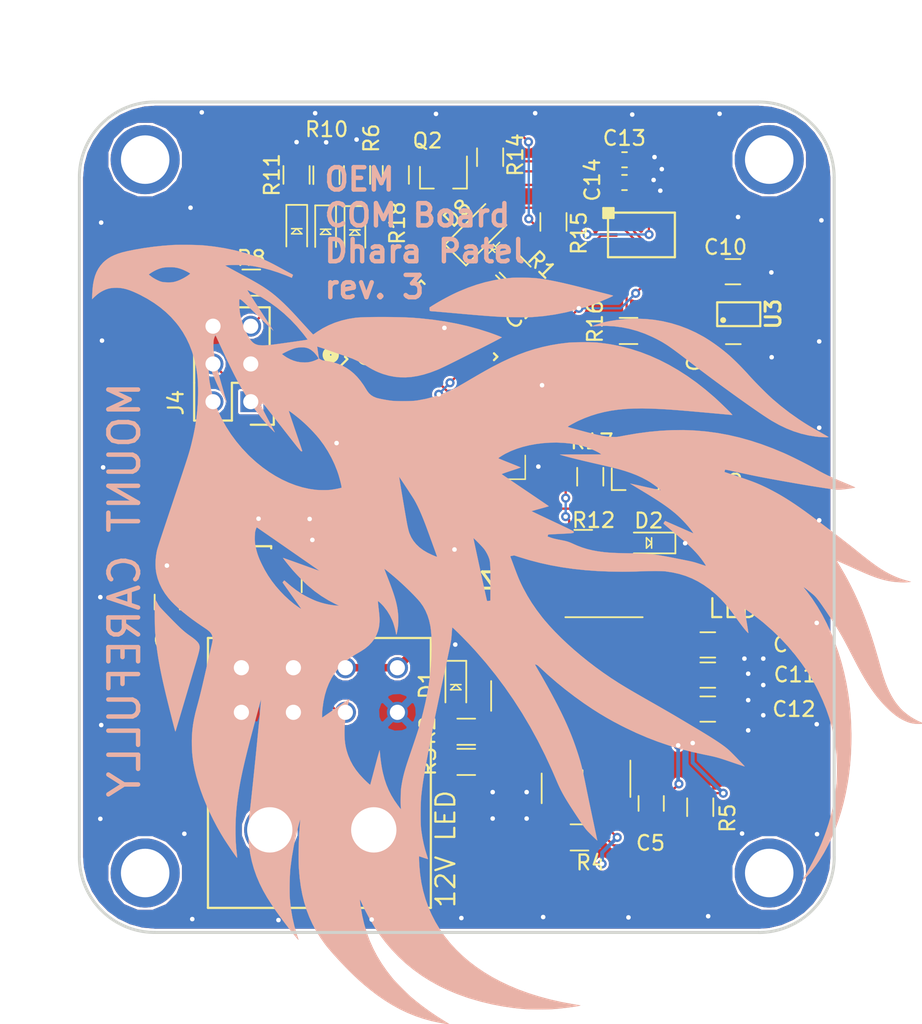
<source format=kicad_pcb>
(kicad_pcb (version 20171130) (host pcbnew 5.0.1-33cea8e~68~ubuntu18.04.1)
  (layers (0 F.Cu signal) (31 B.Cu signal) (34 B.Paste user) (35 F.Paste user) (36 B.SilkS user) (37 F.SilkS user) (38 B.Mask user) (39 F.Mask user) (44 Edge.Cuts user))
  (net 0 "")
  (net 1 GND)
  (net 2 VCC)
  (net 3 "Net-(D2-Pad2)")
  (net 4 /MISO)
  (net 5 /RXCAN)
  (net 6 /SCK)
  (net 7 /12V_Fused)
  (net 8 "Net-(C5-Pad1)")
  (net 9 "Net-(C5-Pad2)")
  (net 10 "Net-(C11-Pad1)")
  (net 11 "Net-(D1-Pad2)")
  (net 12 "Net-(R3-Pad2)")
  (net 13 "Net-(R4-Pad1)")
  (net 14 /12V)
  (net 15 "Net-(C2-Pad1)")
  (net 16 "Net-(C6-Pad1)")
  (net 17 "Net-(C8-Pad1)")
  (net 18 /3.3V)
  (net 19 /PLED1)
  (net 20 "Net-(D3-Pad1)")
  (net 21 "Net-(D4-Pad1)")
  (net 22 /PLED2)
  (net 23 /PLED3)
  (net 24 "Net-(D5-Pad1)")
  (net 25 /CANL)
  (net 26 /CANH)
  (net 27 /MOSI)
  (net 28 /RESET)
  (net 29 /TXCAN)
  (net 30 "Net-(U1-Pad5)")
  (net 31 "Net-(U5-Pad3)")
  (net 32 /MISO2)
  (net 33 /MOSI2)
  (net 34 "Net-(U5-Pad13)")
  (net 35 "Net-(U5-Pad14)")
  (net 36 "Net-(U5-Pad15)")
  (net 37 /CS_ACCEL)
  (net 38 /INT1)
  (net 39 "Net-(U5-Pad21)")
  (net 40 /CS_GYRO)
  (net 41 /INT4)
  (net 42 /SCK2)
  (net 43 "Net-(U5-Pad29)")
  (net 44 "Net-(U5-Pad30)")
  (net 45 "Net-(U5-Pad32)")
  (net 46 "Net-(U4-Pad12)")
  (net 47 "Net-(U4-Pad1)")
  (net 48 "Net-(U5-Pad22)")
  (net 49 "Net-(U5-Pad18)")
  (net 50 "Net-(D6-Pad2)")
  (net 51 "Net-(D8-Pad2)")
  (net 52 "Net-(C9-Pad1)")
  (net 53 "Net-(U3-Pad4)")
  (net 54 "Net-(Q1-Pad2)")
  (net 55 "Net-(Q2-Pad2)")
  (module footprints:LED_0805_OEM (layer F.Cu) (at 134.116103 79.926792 270)
    (fp_text reference D3 hide)
    (fp_text value LED_0805 hide)
    (pad 1 smd rect (at -1.099999 0 90) (size 1.2 1.2) (layers F.Cu F.Paste F.Mask) (net 20 "Net-(D3-Pad1)"))
    (pad 2 smd rect (at 1.099999 0 90) (size 1.2 1.2) (layers F.Cu F.Paste F.Mask) (net 19 /PLED1))
  )
  (module footprints:LED_0805_OEM (layer F.Cu) (at 130.202507 79.845154 270)
    (fp_text reference D5 hide)
    (fp_text value LED_0805 hide)
    (pad 1 smd rect (at -1.099999 0 90) (size 1.2 1.2) (layers F.Cu F.Paste F.Mask) (net 24 "Net-(D5-Pad1)"))
    (pad 2 smd rect (at 1.099999 0 90) (size 1.2 1.2) (layers F.Cu F.Paste F.Mask) (net 23 /PLED3))
  )
  (module footprints:R_0805_OEM (layer F.Cu) (at 134.259787 76.031045 90)
    (fp_text reference R6 (at 2.472645 0.964733 90) (layer F.SilkS))
    (fp_text value R_200 hide)
    (pad 2 smd rect (at 0.949999 0 90) (size 0.7 1.3) (layers F.Cu F.Paste F.Mask) (net 1 GND))
    (pad 1 smd rect (at -0.949999 0 90) (size 0.7 1.3) (layers F.Cu F.Paste F.Mask) (net 20 "Net-(D3-Pad1)"))
  )
  (module footprints:R_0805_OEM (layer F.Cu) (at 132.201512 76.047322 90)
    (fp_text reference R10 (at 3.083282 0.010568 180) (layer F.SilkS))
    (fp_text value R_200 hide)
    (pad 1 smd rect (at -0.949999 0 90) (size 0.7 1.3) (layers F.Cu F.Paste F.Mask) (net 21 "Net-(D4-Pad1)"))
    (pad 2 smd rect (at 0.949999 0 90) (size 0.7 1.3) (layers F.Cu F.Paste F.Mask) (net 1 GND))
  )
  (module footprints:LED_0805_OEM (layer F.Cu) (at 132.144038 79.880911 270)
    (fp_text reference D4 hide)
    (fp_text value LED_0805 hide)
    (pad 2 smd rect (at 1.099999 0 90) (size 1.2 1.2) (layers F.Cu F.Paste F.Mask) (net 22 /PLED2))
    (pad 1 smd rect (at -1.099999 0 90) (size 1.2 1.2) (layers F.Cu F.Paste F.Mask) (net 21 "Net-(D4-Pad1)"))
  )
  (module footprints:R_0805_OEM (layer F.Cu) (at 130.186342 76.029361 90)
    (fp_text reference R11 (at 0 -1.65 90) (layer F.SilkS))
    (fp_text value R_200 hide)
    (pad 2 smd rect (at 0.949999 0 90) (size 0.7 1.3) (layers F.Cu F.Paste F.Mask) (net 1 GND))
    (pad 1 smd rect (at -0.949999 0 90) (size 0.7 1.3) (layers F.Cu F.Paste F.Mask) (net 24 "Net-(D5-Pad1)"))
  )
  (module footprints:R_0805_OEM (layer F.Cu) (at 147.47748 79.19216 90)
    (fp_text reference R15 (at -0.75688 1.71704 90) (layer F.SilkS))
    (fp_text value R_10K hide)
    (pad 1 smd rect (at -0.95 0 90) (size 0.7 1.3) (layers F.Cu F.Paste F.Mask) (net 2 VCC))
    (pad 2 smd rect (at 0.95 0 90) (size 0.7 1.3) (layers F.Cu F.Paste F.Mask) (net 51 "Net-(D8-Pad2)"))
  )
  (module footprints:D_SOD-123W_OEM (layer F.Cu) (at 142.44 79.86 45)
    (fp_text reference D8 (at -0.127 -1.905 45) (layer F.SilkS))
    (fp_text value SS110LW hide)
    (pad 1 smd rect (at -1.399999 0 45) (size 1.2 1.2) (layers F.Cu F.Paste F.Mask) (net 40 /CS_GYRO))
    (pad 2 smd rect (at 1.399999 0 45) (size 1.2 1.2) (layers F.Cu F.Paste F.Mask) (net 51 "Net-(D8-Pad2)"))
  )
  (module footprints:Mounting_Hole_4-40 (layer F.Cu) (at 161.85896 75.7936)
    (fp_text reference REF** hide)
    (fp_text value Mounting_Hole_4-40 hide)
    (pad "" thru_hole circle (at 0.14104 -0.7936) (size 4.6482 4.6482) (drill 3.2639) (layers *.Cu *.Mask))
  )
  (module footprints:Mounting_Hole_4-40 (layer F.Cu) (at 161.53384 122.6058)
    (fp_text reference REF** hide)
    (fp_text value Mounting_Hole_4-40 hide)
    (pad "" thru_hole circle (at 0.46616 0.3942) (size 4.6482 4.6482) (drill 3.2639) (layers *.Cu *.Mask))
  )
  (module footprints:Mounting_Hole_4-40 (layer F.Cu) (at 120.37568 122.39752)
    (fp_text reference REF** hide)
    (fp_text value Mounting_Hole_4-40 hide)
    (pad "" thru_hole circle (at -0.37568 0.60248) (size 4.6482 4.6482) (drill 3.2639) (layers *.Cu *.Mask))
  )
  (module footprints:C_0805_OEM (layer F.Cu) (at 159.55702 82.5411)
    (fp_text reference C10 (at -0.50222 -1.65226 -180) (layer F.SilkS))
    (fp_text value C_1uF hide)
    (pad 2 smd rect (at 1 0) (size 1 1.25) (layers F.Cu F.Paste F.Mask) (net 1 GND))
    (pad 1 smd rect (at -1 0) (size 1 1.25) (layers F.Cu F.Paste F.Mask) (net 18 /3.3V))
  )
  (module footprints:bmi088 (layer F.Cu) (at 153.40076 80.06588)
    (fp_text reference U4 hide)
    (fp_text value BMI088 hide)
    (pad 16 smd rect (at -2.215001 0 270) (size 0.25 1.2) (layers F.Cu F.Paste F.Mask) (net 38 /INT1))
    (pad 8 smd rect (at 2.215001 0 90) (size 0.25 1.2) (layers F.Cu F.Paste F.Mask) (net 55 "Net-(Q2-Pad2)"))
    (pad 9 smd rect (at 1.5 1.51) (size 0.25 1.2) (layers F.Cu F.Paste F.Mask) (net 54 "Net-(Q1-Pad2)"))
    (pad 10 smd rect (at 1 1.51) (size 0.25 1.2) (layers F.Cu F.Paste F.Mask) (net 32 /MISO2))
    (pad 11 smd rect (at 0.5 1.51) (size 0.25 1.2) (layers F.Cu F.Paste F.Mask) (net 18 /3.3V))
    (pad 12 smd rect (at 0 1.51) (size 0.25 1.2) (layers F.Cu F.Paste F.Mask) (net 46 "Net-(U4-Pad12)"))
    (pad 13 smd rect (at -0.5 1.51) (size 0.25 1.2) (layers F.Cu F.Paste F.Mask) (net 41 /INT4))
    (pad 14 smd rect (at -1 1.51) (size 0.25 1.2) (layers F.Cu F.Paste F.Mask) (net 50 "Net-(D6-Pad2)"))
    (pad 15 smd rect (at -1.5 1.51) (size 0.25 1.2) (layers F.Cu F.Paste F.Mask) (net 32 /MISO2))
    (pad 7 smd rect (at 1.5 -1.51) (size 0.25 1.2) (layers F.Cu F.Paste F.Mask) (net 1 GND))
    (pad 6 smd rect (at 1 -1.51) (size 0.25 1.2) (layers F.Cu F.Paste F.Mask) (net 1 GND))
    (pad 5 smd rect (at 0.5 -1.51) (size 0.25 1.2) (layers F.Cu F.Paste F.Mask) (net 51 "Net-(D8-Pad2)"))
    (pad 4 smd rect (at 0 -1.51) (size 0.25 1.2) (layers F.Cu F.Paste F.Mask) (net 1 GND))
    (pad 3 smd rect (at -0.5 -1.51) (size 0.25 1.2) (layers F.Cu F.Paste F.Mask) (net 18 /3.3V))
    (pad 2 smd rect (at -1 -1.51) (size 0.25 1.2) (layers F.Cu F.Paste F.Mask))
    (pad 1 smd rect (at -1.5 -1.51) (size 0.25 1.2) (layers F.Cu F.Paste F.Mask) (net 47 "Net-(U4-Pad1)"))
  )
  (module footprints:R_0805_OEM (layer F.Cu) (at 144.9 82.4 135)
    (fp_text reference R1 (at -1.04137 1.497369 135) (layer F.SilkS))
    (fp_text value R_100 hide)
    (pad 2 smd rect (at 0.949999 0 135) (size 0.7 1.3) (layers F.Cu F.Paste F.Mask) (net 15 "Net-(C2-Pad1)"))
    (pad 1 smd rect (at -0.949999 0 135) (size 0.7 1.3) (layers F.Cu F.Paste F.Mask) (net 2 VCC))
  )
  (module footprints:Pin_Header_Straight_2x03 (layer F.Cu) (at 127.10668 91.2876 180)
    (fp_text reference J4 (at 5.03936 -0.06096 270) (layer F.SilkS))
    (fp_text value CONN_02X03 hide)
    (pad 1 thru_hole rect (at 0 0 180) (size 1.4 1.4) (drill 1.016) (layers *.Cu *.Mask) (net 4 /MISO))
    (pad 2 thru_hole circle (at 2.54 0 180) (size 1.4 1.4) (drill 1.016) (layers *.Cu *.Mask) (net 2 VCC))
    (pad 3 thru_hole circle (at 0 2.54 180) (size 1.4 1.4) (drill 1.016) (layers *.Cu *.Mask) (net 6 /SCK))
    (pad 4 thru_hole circle (at 2.54 2.54 180) (size 1.4 1.4) (drill 1.016) (layers *.Cu *.Mask) (net 27 /MOSI))
    (pad 5 thru_hole circle (at 0 5.08 180) (size 1.4 1.4) (drill 1.016) (layers *.Cu *.Mask) (net 28 /RESET))
    (pad 6 thru_hole circle (at 2.54 5.08 180) (size 1.4 1.4) (drill 1.016) (layers *.Cu *.Mask) (net 1 GND))
  )
  (module footprints:R_0805_OEM (layer F.Cu) (at 141.60988 113.49384 180)
    (fp_text reference R2 (at 2.60584 0.05744 270) (layer F.SilkS))
    (fp_text value R_1k hide)
    (pad 1 smd rect (at -0.95 0 180) (size 0.7 1.3) (layers F.Cu F.Paste F.Mask) (net 7 /12V_Fused))
    (pad 2 smd rect (at 0.95 0 180) (size 0.7 1.3) (layers F.Cu F.Paste F.Mask) (net 11 "Net-(D1-Pad2)"))
  )
  (module footprints:4.7uH_Inductor_OEM (layer F.Cu) (at 151.07138 110.38234 90)
    (fp_text reference L1 hide)
    (fp_text value L_4.7uH hide)
    (pad 1 smd rect (at -2.35 0 90) (size 3.3 8.2) (layers F.Cu F.Paste F.Mask) (net 9 "Net-(C5-Pad2)"))
    (pad 2 smd rect (at 2.35 0 90) (size 3.3 8.2) (layers F.Cu F.Paste F.Mask) (net 10 "Net-(C11-Pad1)"))
  )
  (module footprints:Fuse_1210 (layer F.Cu) (at 144.76538 111.08634 270)
    (fp_text reference F1 hide)
    (fp_text value 500mA hide)
    (pad 1 smd rect (at -1.45 0 270) (size 0.9 2.5) (layers F.Cu F.Paste F.Mask) (net 14 /12V))
    (pad 2 smd rect (at 1.45 0 270) (size 0.9 2.5) (layers F.Cu F.Paste F.Mask) (net 7 /12V_Fused))
  )
  (module footprints:LED_0805_OEM (layer F.Cu) (at 153.88588 100.79384 180)
    (fp_text reference D2 (at -0.00764 1.50016) (layer F.SilkS))
    (fp_text value LED_0805 hide)
    (pad 2 smd rect (at 1.1 0) (size 1.2 1.2) (layers F.Cu F.Paste F.Mask) (net 3 "Net-(D2-Pad2)"))
    (pad 1 smd rect (at -1.1 0) (size 1.2 1.2) (layers F.Cu F.Paste F.Mask) (net 1 GND))
  )
  (module footprints:R_2512_OEM (layer F.Cu) (at 150.88088 103.96884)
    (fp_text reference R9 hide)
    (fp_text value R_0_Jumper hide)
    (pad 1 smd rect (at -3.1 0) (size 1 3.2) (layers F.Cu F.Paste F.Mask) (net 2 VCC))
    (pad 2 smd rect (at 3.1 0) (size 1 3.2) (layers F.Cu F.Paste F.Mask) (net 10 "Net-(C11-Pad1)"))
  )
  (module footprints:C_0805_OEM (layer F.Cu) (at 157.86588 107.65184)
    (fp_text reference C7 (at 5.36468 -0.02188) (layer F.SilkS))
    (fp_text value C_47uF hide)
    (pad 1 smd rect (at -1 0) (size 1 1.25) (layers F.Cu F.Paste F.Mask) (net 10 "Net-(C11-Pad1)"))
    (pad 2 smd rect (at 1 0) (size 1 1.25) (layers F.Cu F.Paste F.Mask) (net 1 GND))
  )
  (module footprints:SOT-23-6_OEM (layer F.Cu) (at 151.04598 116.98634 270)
    (fp_text reference U2 hide)
    (fp_text value TPS561201 hide)
    (pad 1 smd rect (at -1.1 -0.95 270) (size 1.06 0.65) (layers F.Cu F.Paste F.Mask) (net 1 GND))
    (pad 2 smd rect (at -1.1 0 270) (size 1.06 0.65) (layers F.Cu F.Paste F.Mask) (net 9 "Net-(C5-Pad2)"))
    (pad 3 smd rect (at -1.1 0.95 270) (size 1.06 0.65) (layers F.Cu F.Paste F.Mask) (net 7 /12V_Fused))
    (pad 4 smd rect (at 1.1 0.95 270) (size 1.06 0.65) (layers F.Cu F.Paste F.Mask) (net 13 "Net-(R4-Pad1)"))
    (pad 6 smd rect (at 1.1 -0.95 270) (size 1.06 0.65) (layers F.Cu F.Paste F.Mask) (net 8 "Net-(C5-Pad1)"))
    (pad 5 smd rect (at 1.1 0 270) (size 1.06 0.65) (layers F.Cu F.Paste F.Mask) (net 12 "Net-(R3-Pad2)"))
  )
  (module footprints:C_1206_OEM (layer F.Cu) (at 147.70588 117.30384 270)
    (fp_text reference C3 hide)
    (fp_text value C_22uF hide)
    (pad 1 smd rect (at -1.5 0 270) (size 1 1.6) (layers F.Cu F.Paste F.Mask) (net 7 /12V_Fused))
    (pad 2 smd rect (at 1.5 0 270) (size 1 1.6) (layers F.Cu F.Paste F.Mask) (net 1 GND))
  )
  (module footprints:R_0805_OEM (layer F.Cu) (at 149.48388 100.79384)
    (fp_text reference R12 (at 0.69616 -1.53064) (layer F.SilkS))
    (fp_text value R_200 hide)
    (pad 1 smd rect (at -0.95 0) (size 0.7 1.3) (layers F.Cu F.Paste F.Mask) (net 2 VCC))
    (pad 2 smd rect (at 0.95 0) (size 0.7 1.3) (layers F.Cu F.Paste F.Mask) (net 3 "Net-(D2-Pad2)"))
  )
  (module footprints:R_0805_OEM (layer F.Cu) (at 149.22988 120.60584 180)
    (fp_text reference R4 (at -0.74696 -1.69516 180) (layer F.SilkS))
    (fp_text value R_10k hide)
    (pad 1 smd rect (at -0.95 0 180) (size 0.7 1.3) (layers F.Cu F.Paste F.Mask) (net 13 "Net-(R4-Pad1)"))
    (pad 2 smd rect (at 0.95 0 180) (size 0.7 1.3) (layers F.Cu F.Paste F.Mask) (net 1 GND))
  )
  (module footprints:R_0805_OEM (layer F.Cu) (at 157.35788 118.57384 90)
    (fp_text reference R5 (at -0.73504 1.83916 90) (layer F.SilkS))
    (fp_text value R_51.1k hide)
    (pad 1 smd rect (at -0.95 0 90) (size 0.7 1.3) (layers F.Cu F.Paste F.Mask) (net 13 "Net-(R4-Pad1)"))
    (pad 2 smd rect (at 0.95 0 90) (size 0.7 1.3) (layers F.Cu F.Paste F.Mask) (net 10 "Net-(C11-Pad1)"))
  )
  (module footprints:C_0805_OEM (layer F.Cu) (at 157.86588 111.96984)
    (fp_text reference C12 (at 5.79648 0.00352) (layer F.SilkS))
    (fp_text value C_0.1uF hide)
    (pad 1 smd rect (at -1 0) (size 1 1.25) (layers F.Cu F.Paste F.Mask) (net 10 "Net-(C11-Pad1)"))
    (pad 2 smd rect (at 1 0) (size 1 1.25) (layers F.Cu F.Paste F.Mask) (net 1 GND))
  )
  (module footprints:C_0805_OEM (layer F.Cu) (at 157.86588 109.68384)
    (fp_text reference C11 (at 5.88792 -0.03204) (layer F.SilkS))
    (fp_text value C_1uF hide)
    (pad 1 smd rect (at -1 0) (size 1 1.25) (layers F.Cu F.Paste F.Mask) (net 10 "Net-(C11-Pad1)"))
    (pad 2 smd rect (at 1 0) (size 1 1.25) (layers F.Cu F.Paste F.Mask) (net 1 GND))
  )
  (module footprints:C_0805_OEM (layer F.Cu) (at 154.05588 118.31984 90)
    (fp_text reference C5 (at -2.66544 -0.04552 180) (layer F.SilkS))
    (fp_text value C_0.1uF hide)
    (pad 1 smd rect (at -1 0 90) (size 1 1.25) (layers F.Cu F.Paste F.Mask) (net 8 "Net-(C5-Pad1)"))
    (pad 2 smd rect (at 1 0 90) (size 1 1.25) (layers F.Cu F.Paste F.Mask) (net 9 "Net-(C5-Pad2)"))
  )
  (module footprints:LED_0805_OEM (layer F.Cu) (at 140.90904 110.5232 270)
    (fp_text reference D1 (at -0.19576 1.95072 270) (layer F.SilkS))
    (fp_text value LED_0805 hide)
    (pad 2 smd rect (at 1.1 0 90) (size 1.2 1.2) (layers F.Cu F.Paste F.Mask) (net 11 "Net-(D1-Pad2)"))
    (pad 1 smd rect (at -1.1 0 90) (size 1.2 1.2) (layers F.Cu F.Paste F.Mask) (net 1 GND))
  )
  (module footprints:DO-214AA (layer F.Cu) (at 143.38788 103.33384 90)
    (fp_text reference D7 hide)
    (fp_text value D_Zener_18V hide)
    (pad 2 smd rect (at 2.032 0 270) (size 1.778 2.159) (layers F.Cu F.Paste F.Mask) (net 1 GND))
    (pad 1 smd rect (at -2.032 0 270) (size 1.778 2.159) (layers F.Cu F.Paste F.Mask) (net 14 /12V))
  )
  (module footprints:R_0805_OEM (layer F.Cu) (at 141.60988 115.52584 180)
    (fp_text reference R3 (at 2.55504 0.02696 90) (layer F.SilkS))
    (fp_text value R_10k hide)
    (pad 1 smd rect (at -0.95 0 180) (size 0.7 1.3) (layers F.Cu F.Paste F.Mask) (net 7 /12V_Fused))
    (pad 2 smd rect (at 0.95 0 180) (size 0.7 1.3) (layers F.Cu F.Paste F.Mask) (net 12 "Net-(R3-Pad2)"))
  )
  (module footprints:C_0805_OEM (layer F.Cu) (at 133.2738 92.18676 315)
    (fp_text reference C1 hide)
    (fp_text value C_0.1uF hide)
    (pad 2 smd rect (at 1 0 315) (size 1 1.25) (layers F.Cu F.Paste F.Mask) (net 1 GND))
    (pad 1 smd rect (at -1 0 315) (size 1 1.25) (layers F.Cu F.Paste F.Mask) (net 2 VCC))
  )
  (module footprints:C_0805_OEM (layer F.Cu) (at 143.36 83.74 135)
    (fp_text reference C2 (at -2.493909 0.05309 225) (layer F.SilkS))
    (fp_text value C_100pF hide)
    (pad 1 smd rect (at -1 0 135) (size 1 1.25) (layers F.Cu F.Paste F.Mask) (net 15 "Net-(C2-Pad1)"))
    (pad 2 smd rect (at 1 0 135) (size 1 1.25) (layers F.Cu F.Paste F.Mask) (net 1 GND))
  )
  (module footprints:C_0805_OEM (layer F.Cu) (at 121.4882 104.76992 90)
    (fp_text reference C4 (at -2.57048 0.0254 180) (layer F.SilkS))
    (fp_text value C_0.1uF hide)
    (pad 1 smd rect (at -1 0 90) (size 1 1.25) (layers F.Cu F.Paste F.Mask) (net 2 VCC))
    (pad 2 smd rect (at 1 0 90) (size 1 1.25) (layers F.Cu F.Paste F.Mask) (net 1 GND))
  )
  (module footprints:C_0805_OEM (layer F.Cu) (at 146.685 92.9386 90)
    (fp_text reference C6 hide)
    (fp_text value C_30pF hide)
    (pad 1 smd rect (at -1 0 90) (size 1 1.25) (layers F.Cu F.Paste F.Mask) (net 16 "Net-(C6-Pad1)"))
    (pad 2 smd rect (at 1 0 90) (size 1 1.25) (layers F.Cu F.Paste F.Mask) (net 1 GND))
  )
  (module footprints:C_0805_OEM (layer F.Cu) (at 143.42872 97.63252)
    (fp_text reference C8 hide)
    (fp_text value C_30pF hide)
    (pad 2 smd rect (at 1 0) (size 1 1.25) (layers F.Cu F.Paste F.Mask) (net 1 GND))
    (pad 1 smd rect (at -1 0) (size 1 1.25) (layers F.Cu F.Paste F.Mask) (net 17 "Net-(C8-Pad1)"))
  )
  (module footprints:C_0805_OEM (layer F.Cu) (at 159.58242 88.26626)
    (fp_text reference C9 (at -2.58496 0.0254 -270) (layer F.SilkS))
    (fp_text value C_0.1uF hide)
    (pad 1 smd rect (at -1 0) (size 1 1.25) (layers F.Cu F.Paste F.Mask) (net 52 "Net-(C9-Pad1)"))
    (pad 2 smd rect (at 1 0) (size 1 1.25) (layers F.Cu F.Paste F.Mask) (net 1 GND))
  )
  (module footprints:C_0603_1608Metric (layer F.Cu) (at 152.262499 75.01 180)
    (fp_text reference C13 (at 0.014899 1.45668) (layer F.SilkS))
    (fp_text value C_100nF hide)
    (pad 2 smd roundrect (at 0.787501 0 180) (size 0.875 0.95) (layers F.Cu F.Paste F.Mask) (net 18 /3.3V))
    (pad 1 smd roundrect (at -0.787501 0 180) (size 0.875 0.95) (layers F.Cu F.Paste F.Mask) (net 1 GND))
  )
  (module footprints:C_0603_1608Metric (layer F.Cu) (at 152.26 76.54)
    (fp_text reference C14 (at -2.16124 -0.17236 90) (layer F.SilkS))
    (fp_text value C_100nF hide)
    (pad 1 smd roundrect (at -0.787501 0) (size 0.875 0.95) (layers F.Cu F.Paste F.Mask) (net 18 /3.3V))
    (pad 2 smd roundrect (at 0.787501 0) (size 0.875 0.95) (layers F.Cu F.Paste F.Mask) (net 1 GND))
  )
  (module footprints:R_0805_OEM (layer F.Cu) (at 131.41452 103.51008 270)
    (fp_text reference R7 (at 0.14224 -2.56032 270) (layer F.SilkS))
    (fp_text value R_120 hide)
    (pad 1 smd rect (at -0.95 0 270) (size 0.7 1.3) (layers F.Cu F.Paste F.Mask) (net 26 /CANH))
    (pad 2 smd rect (at 0.95 0 270) (size 0.7 1.3) (layers F.Cu F.Paste F.Mask) (net 25 /CANL))
  )
  (module footprints:R_0805_OEM (layer F.Cu) (at 127.14224 83.27644)
    (fp_text reference R8 (at 0 -1.65) (layer F.SilkS))
    (fp_text value R_10k hide)
    (pad 1 smd rect (at -0.949999 0) (size 0.7 1.3) (layers F.Cu F.Paste F.Mask) (net 2 VCC))
    (pad 2 smd rect (at 0.949999 0) (size 0.7 1.3) (layers F.Cu F.Paste F.Mask) (net 28 /RESET))
  )
  (module footprints:SOIC-8_3.9x4.9mm_Pitch1.27mm_OEM (layer F.Cu) (at 126.40564 103.58628)
    (fp_text reference U1 (at 0 -3.5) (layer F.SilkS))
    (fp_text value CAN_Transceiver hide)
    (pad 1 smd rect (at -2.7 -1.905) (size 1.55 0.6) (layers F.Cu F.Paste F.Mask) (net 29 /TXCAN))
    (pad 2 smd rect (at -2.7 -0.635) (size 1.55 0.6) (layers F.Cu F.Paste F.Mask) (net 1 GND))
    (pad 3 smd rect (at -2.7 0.635) (size 1.55 0.6) (layers F.Cu F.Paste F.Mask) (net 2 VCC))
    (pad 4 smd rect (at -2.7 1.905) (size 1.55 0.6) (layers F.Cu F.Paste F.Mask) (net 5 /RXCAN))
    (pad 5 smd rect (at 2.7 1.905) (size 1.55 0.6) (layers F.Cu F.Paste F.Mask) (net 30 "Net-(U1-Pad5)"))
    (pad 6 smd rect (at 2.7 0.635) (size 1.55 0.6) (layers F.Cu F.Paste F.Mask) (net 25 /CANL))
    (pad 7 smd rect (at 2.7 -0.635) (size 1.55 0.6) (layers F.Cu F.Paste F.Mask) (net 26 /CANH))
    (pad 8 smd rect (at 2.7 -1.905) (size 1.55 0.6) (layers F.Cu F.Paste F.Mask) (net 1 GND))
  )
  (module footprints:TQFP-32_7x7mm_Pitch0.8mm (layer F.Cu) (at 138.577857 88.26285 45)
    (fp_text reference U5 (at -1.014873 -2.362463 45) (layer F.SilkS))
    (fp_text value ATMEGA16M1 hide)
    (pad 32 smd rect (at -2.8 -4.25 135) (size 1.6 0.55) (layers F.Cu F.Paste F.Mask) (net 45 "Net-(U5-Pad32)"))
    (pad 31 smd rect (at -2 -4.25 135) (size 1.6 0.55) (layers F.Cu F.Paste F.Mask) (net 28 /RESET))
    (pad 30 smd rect (at -1.2 -4.25 135) (size 1.6 0.55) (layers F.Cu F.Paste F.Mask) (net 44 "Net-(U5-Pad30)"))
    (pad 29 smd rect (at -0.4 -4.25 135) (size 1.6 0.55) (layers F.Cu F.Paste F.Mask) (net 43 "Net-(U5-Pad29)"))
    (pad 28 smd rect (at 0.4 -4.25 135) (size 1.6 0.55) (layers F.Cu F.Paste F.Mask) (net 42 /SCK2))
    (pad 27 smd rect (at 1.2 -4.25 135) (size 1.6 0.55) (layers F.Cu F.Paste F.Mask) (net 23 /PLED3))
    (pad 26 smd rect (at 2 -4.25 135) (size 1.6 0.55) (layers F.Cu F.Paste F.Mask) (net 22 /PLED2))
    (pad 25 smd rect (at 2.8 -4.25 135) (size 1.6 0.55) (layers F.Cu F.Paste F.Mask) (net 19 /PLED1))
    (pad 24 smd rect (at 4.25 -2.8 45) (size 1.6 0.55) (layers F.Cu F.Paste F.Mask) (net 41 /INT4))
    (pad 23 smd rect (at 4.25 -2 45) (size 1.6 0.55) (layers F.Cu F.Paste F.Mask) (net 40 /CS_GYRO))
    (pad 22 smd rect (at 4.25 -1.2 45) (size 1.6 0.55) (layers F.Cu F.Paste F.Mask) (net 48 "Net-(U5-Pad22)"))
    (pad 21 smd rect (at 4.25 -0.4 45) (size 1.6 0.55) (layers F.Cu F.Paste F.Mask) (net 39 "Net-(U5-Pad21)"))
    (pad 20 smd rect (at 4.25 0.4 45) (size 1.6 0.55) (layers F.Cu F.Paste F.Mask) (net 1 GND))
    (pad 19 smd rect (at 4.25 1.2 45) (size 1.6 0.55) (layers F.Cu F.Paste F.Mask) (net 15 "Net-(C2-Pad1)"))
    (pad 18 smd rect (at 4.25 2 45) (size 1.6 0.55) (layers F.Cu F.Paste F.Mask) (net 49 "Net-(U5-Pad18)"))
    (pad 17 smd rect (at 4.25 2.8 45) (size 1.6 0.55) (layers F.Cu F.Paste F.Mask) (net 38 /INT1))
    (pad 16 smd rect (at 2.8 4.25 135) (size 1.6 0.55) (layers F.Cu F.Paste F.Mask) (net 37 /CS_ACCEL))
    (pad 15 smd rect (at 2 4.25 135) (size 1.6 0.55) (layers F.Cu F.Paste F.Mask) (net 36 "Net-(U5-Pad15)"))
    (pad 14 smd rect (at 1.2 4.25 135) (size 1.6 0.55) (layers F.Cu F.Paste F.Mask) (net 35 "Net-(U5-Pad14)"))
    (pad 13 smd rect (at 0.4 4.25 135) (size 1.6 0.55) (layers F.Cu F.Paste F.Mask) (net 34 "Net-(U5-Pad13)"))
    (pad 12 smd rect (at -0.4 4.25 135) (size 1.6 0.55) (layers F.Cu F.Paste F.Mask) (net 6 /SCK))
    (pad 11 smd rect (at -1.2 4.25 135) (size 1.6 0.55) (layers F.Cu F.Paste F.Mask) (net 16 "Net-(C6-Pad1)"))
    (pad 10 smd rect (at -2 4.25 135) (size 1.6 0.55) (layers F.Cu F.Paste F.Mask) (net 17 "Net-(C8-Pad1)"))
    (pad 9 smd rect (at -2.8 4.25 135) (size 1.6 0.55) (layers F.Cu F.Paste F.Mask) (net 33 /MOSI2))
    (pad 8 smd rect (at -4.25 2.8 45) (size 1.6 0.55) (layers F.Cu F.Paste F.Mask) (net 32 /MISO2))
    (pad 7 smd rect (at -4.25 2 45) (size 1.6 0.55) (layers F.Cu F.Paste F.Mask) (net 5 /RXCAN))
    (pad 6 smd rect (at -4.25 1.2 45) (size 1.6 0.55) (layers F.Cu F.Paste F.Mask) (net 29 /TXCAN))
    (pad 5 smd rect (at -4.25 0.4 45) (size 1.6 0.55) (layers F.Cu F.Paste F.Mask) (net 1 GND))
    (pad 4 smd rect (at -4.25 -0.4 45) (size 1.6 0.55) (layers F.Cu F.Paste F.Mask) (net 2 VCC))
    (pad 3 smd rect (at -4.25 -1.2 45) (size 1.6 0.55) (layers F.Cu F.Paste F.Mask) (net 31 "Net-(U5-Pad3)"))
    (pad 2 smd rect (at -4.25 -2 45) (size 1.6 0.55) (layers F.Cu F.Paste F.Mask) (net 27 /MOSI))
    (pad 1 smd rect (at -4.25 -2.8 45) (size 1.6 0.55) (layers F.Cu F.Paste F.Mask) (net 4 /MISO))
  )
  (module footprints:Crystal_SMD_FA238 (layer F.Cu) (at 143.58112 94.90456 180)
    (fp_text reference Y1 (at -1.13792 2.38252 180) (layer F.SilkS))
    (fp_text value Crystal_SMD hide)
    (pad 4 smd rect (at -1.1 -0.8 180) (size 1.4 1.2) (layers F.Cu F.Mask) (net 1 GND))
    (pad 3 smd rect (at 1.1 -0.8 180) (size 1.4 1.2) (layers F.Cu F.Mask) (net 17 "Net-(C8-Pad1)"))
    (pad 2 smd rect (at 1.1 0.8 180) (size 1.4 1.2) (layers F.Cu F.Mask) (net 1 GND))
    (pad 1 smd rect (at -1.1 0.8 180) (size 1.4 1.2) (layers F.Cu F.Mask) (net 16 "Net-(C6-Pad1)"))
  )
  (module footprints:Ultrafit_8_RA (layer F.Cu) (at 124.22632 107.188)
    (fp_text reference J1 (at 1.40716 7.05612) (layer F.SilkS))
    (fp_text value UF_8_RA hide)
    (pad 6 thru_hole circle (at 9.25 5) (size 1.42 1.42) (drill 1.02) (layers *.Cu *.Mask) (net 26 /CANH))
    (pad 5 thru_hole circle (at 5.75 5) (size 1.42 1.42) (drill 1.02) (layers *.Cu *.Mask) (net 25 /CANL))
    (pad 4 thru_hole circle (at 2.25 5) (size 1.42 1.42) (drill 1.02) (layers *.Cu *.Mask) (net 1 GND))
    (pad 3 thru_hole circle (at 9.25 2) (size 1.42 1.42) (drill 1.02) (layers *.Cu *.Mask) (net 14 /12V))
    (pad 2 thru_hole circle (at 5.75 2) (size 1.42 1.42) (drill 1.02) (layers *.Cu *.Mask) (net 26 /CANH))
    (pad 1 thru_hole circle (at 2.25 2) (size 1.42 1.42) (drill 1.02) (layers *.Cu *.Mask) (net 25 /CANL))
    (pad "" thru_hole circle (at 4.16 12.91) (size 3.45 3.45) (drill 3.05) (layers *.Cu *.Mask))
    (pad "" thru_hole circle (at 11.16 12.91) (size 3.45 3.45) (drill 3.05) (layers *.Cu *.Mask))
    (pad 7 thru_hole circle (at 12.75 2) (size 1.42 1.42) (drill 1.02) (layers *.Cu *.Mask) (net 14 /12V))
    (pad 8 thru_hole circle (at 12.75 5) (size 1.42 1.42) (drill 1.02) (layers *.Cu *.Mask) (net 1 GND))
  )
  (module footprints:R_0805_OEM (layer F.Cu) (at 156.99232 97.29724 180)
    (fp_text reference R13 (at -2.57556 -0.1016 270) (layer F.SilkS))
    (fp_text value R_10K hide)
    (pad 2 smd rect (at 0.95 0 180) (size 0.7 1.3) (layers F.Cu F.Paste F.Mask) (net 33 /MOSI2))
    (pad 1 smd rect (at -0.95 0 180) (size 0.7 1.3) (layers F.Cu F.Paste F.Mask) (net 2 VCC))
  )
  (module footprints:R_0805_OEM (layer F.Cu) (at 143.21536 74.83856 270)
    (fp_text reference R14 (at -0.15748 -1.70688 270) (layer F.SilkS))
    (fp_text value R_10K hide)
    (pad 2 smd rect (at 0.95 0 270) (size 0.7 1.3) (layers F.Cu F.Paste F.Mask) (net 18 /3.3V))
    (pad 1 smd rect (at -0.95 0 270) (size 0.7 1.3) (layers F.Cu F.Paste F.Mask) (net 55 "Net-(Q2-Pad2)"))
  )
  (module footprints:D_SOD-123W_OEM (layer F.Cu) (at 150.00732 89.04224)
    (fp_text reference D6 (at -1.43764 1.96088) (layer F.SilkS))
    (fp_text value SS110LW hide)
    (pad 2 smd rect (at 1.4 0) (size 1.2 1.2) (layers F.Cu F.Paste F.Mask) (net 50 "Net-(D6-Pad2)"))
    (pad 1 smd rect (at -1.4 0) (size 1.2 1.2) (layers F.Cu F.Paste F.Mask) (net 37 /CS_ACCEL))
  )
  (module footprints:SOT-23F (layer F.Cu) (at 152.982277 96.473018 270)
    (fp_text reference Q1 (at -1.578618 -2.562243 270) (layer F.SilkS))
    (fp_text value SSM3K333R hide)
    (pad 1 smd rect (at -1.05 -0.95 270) (size 0.9 0.8) (layers F.Cu F.Paste F.Mask) (net 18 /3.3V))
    (pad 2 smd rect (at -1.05 0.95 270) (size 0.9 0.8) (layers F.Cu F.Paste F.Mask) (net 54 "Net-(Q1-Pad2)"))
    (pad 3 smd rect (at 1.05 0 270) (size 0.9 0.8) (layers F.Cu F.Paste F.Mask) (net 33 /MOSI2))
  )
  (module footprints:SOT-23F (layer F.Cu) (at 140.07592 76.18476 270)
    (fp_text reference Q2 (at -2.45872 1.07696) (layer F.SilkS))
    (fp_text value SSM3K333R hide)
    (pad 3 smd rect (at 1.05 0 270) (size 0.9 0.8) (layers F.Cu F.Paste F.Mask) (net 42 /SCK2))
    (pad 2 smd rect (at -1.05 0.95 270) (size 0.9 0.8) (layers F.Cu F.Paste F.Mask) (net 55 "Net-(Q2-Pad2)"))
    (pad 1 smd rect (at -1.05 -0.95 270) (size 0.9 0.8) (layers F.Cu F.Paste F.Mask) (net 18 /3.3V))
  )
  (module footprints:R_0805_OEM (layer F.Cu) (at 152.53208 86.52764)
    (fp_text reference R16 (at -2.25044 -0.62484 90) (layer F.SilkS))
    (fp_text value R_10K hide)
    (pad 1 smd rect (at -0.95 0) (size 0.7 1.3) (layers F.Cu F.Paste F.Mask) (net 50 "Net-(D6-Pad2)"))
    (pad 2 smd rect (at 0.95 0) (size 0.7 1.3) (layers F.Cu F.Paste F.Mask) (net 2 VCC))
  )
  (module footprints:SOT25 (layer F.Cu) (at 159.94894 85.40114)
    (fp_text reference U3 (at 2.32156 -0.01016 -270) (layer F.SilkS) (effects (font (thickness 0.2))))
    (fp_text value TCR2EF33LM hide)
    (pad 5 smd rect (at -0.95 -1.2) (size 0.55 0.8) (layers F.Cu F.Paste F.Mask) (net 18 /3.3V))
    (pad 4 smd rect (at 0.95 -1.2) (size 0.55 0.8) (layers F.Cu F.Paste F.Mask) (net 53 "Net-(U3-Pad4)"))
    (pad 3 smd rect (at 0.95 1.2) (size 0.55 0.8) (layers F.Cu F.Paste F.Mask) (net 52 "Net-(C9-Pad1)"))
    (pad 2 smd rect (at 0 1.2) (size 0.55 0.8) (layers F.Cu F.Paste F.Mask) (net 1 GND))
    (pad 1 smd rect (at -0.95 1.2) (size 0.55 0.8) (layers F.Cu F.Paste F.Mask) (net 52 "Net-(C9-Pad1)"))
  )
  (module footprints:phoenix (layer B.Cu) (at 144.3736 106.94924 180)
    (fp_text reference G*** hide)
    (fp_text value LOGO hide)
  )
  (module footprints:Mounting_Hole_4-40 (layer F.Cu) (at 119.82196 75.1078)
    (fp_text reference REF** hide)
    (fp_text value Mounting_Hole_4-40 hide)
    (pad "" thru_hole circle (at 0.17804 -0.1078) (size 4.6482 4.6482) (drill 3.2639) (layers *.Cu *.Mask))
  )
  (module footprints:R_0805_OEM (layer F.Cu) (at 149.95652 96.33716 270)
    (fp_text reference R17 (at -2.36732 -0.11176) (layer F.SilkS))
    (fp_text value R_10K hide)
    (pad 1 smd rect (at -0.95 0 270) (size 0.7 1.3) (layers F.Cu F.Paste F.Mask) (net 54 "Net-(Q1-Pad2)"))
    (pad 2 smd rect (at 0.95 0 270) (size 0.7 1.3) (layers F.Cu F.Paste F.Mask) (net 18 /3.3V))
  )
  (module footprints:R_0805_OEM (layer F.Cu) (at 136.87044 76.02728 270)
    (fp_text reference R18 (at 3.24104 -0.09652 270) (layer F.SilkS))
    (fp_text value R_10K hide)
    (pad 2 smd rect (at 0.95 0 270) (size 0.7 1.3) (layers F.Cu F.Paste F.Mask) (net 42 /SCK2))
    (pad 1 smd rect (at -0.95 0 270) (size 0.7 1.3) (layers F.Cu F.Paste F.Mask) (net 2 VCC))
  )
  (gr_text "MOUNT CAREFULLY" (at 118.61292 103.94696 90) (layer B.SilkS) (effects (font (size 2 2) (thickness 0.3)) (justify mirror)))
  (gr_text "OEM\nCOM Board\nDhara Patel\nrev. 3" (at 131.90728 79.95412) (layer B.SilkS) (effects (font (size 1.5 1.5) (thickness 0.3)) (justify left)))
  (gr_text "12V LED" (at 140.22324 121.38152 90) (layer F.SilkS) (effects (font (size 1.27 1.27) (thickness 0.1524))))
  (gr_line (start 161.29 71.12) (end 120.65 71.12) (layer Edge.Cuts) (width 0.2))
  (gr_arc (start 120.65 121.92) (end 115.57 121.92) (angle -90) (layer Edge.Cuts) (width 0.2))
  (gr_line (start 120.65 127) (end 161.29 127) (layer Edge.Cuts) (width 0.2))
  (gr_line (start 115.57 76.2) (end 115.57 121.92) (layer Edge.Cuts) (width 0.2))
  (gr_line (start 166.37 121.92) (end 166.37 76.2) (layer Edge.Cuts) (width 0.2))
  (gr_arc (start 120.65 76.2) (end 120.65 71.12) (angle -90) (layer Edge.Cuts) (width 0.2))
  (gr_arc (start 161.29 76.2) (end 166.37 76.2) (angle -90) (layer Edge.Cuts) (width 0.2))
  (gr_arc (start 161.29508 121.92508) (end 161.29508 127.00508) (angle -90) (layer Edge.Cuts) (width 0.2))
  (gr_text "5V\nLED" (at 159.59308 104.17712) (layer F.SilkS) (effects (font (size 1.27 1.27) (thickness 0.1524))))
  (segment (start 154.98588 100.79384) (end 156.32332 100.79384) (width 0.1524) (layer F.Cu) (net 1))
  (via (at 156.34208 100.8126) (size 0.6096) (drill 0.3048) (layers F.Cu B.Cu) (net 1))
  (via (at 143.38788 117.55784) (size 0.6096) (drill 0.3048) (layers F.Cu B.Cu) (net 1))
  (via (at 143.38788 119.33584) (size 0.6096) (drill 0.3048) (layers F.Cu B.Cu) (net 1))
  (via (at 145.67388 119.33584) (size 0.6096) (drill 0.3048) (layers F.Cu B.Cu) (net 1))
  (via (at 145.67388 117.55784) (size 0.6096) (drill 0.3048) (layers F.Cu B.Cu) (net 1))
  (via (at 161.59988 108.57484) (size 0.6096) (drill 0.3048) (layers F.Cu B.Cu) (net 1))
  (via (at 160.58388 111.36884) (size 0.6096) (drill 0.3048) (layers F.Cu B.Cu) (net 1))
  (via (at 161.59988 110.35284) (size 0.6096) (drill 0.3048) (layers F.Cu B.Cu) (net 1))
  (via (at 160.58388 109.59084) (size 0.6096) (drill 0.3048) (layers F.Cu B.Cu) (net 1))
  (via (at 160.32988 108.57484) (size 0.6096) (drill 0.3048) (layers F.Cu B.Cu) (net 1))
  (via (at 160.58388 113.40084) (size 0.6096) (drill 0.3048) (layers F.Cu B.Cu) (net 1))
  (via (at 161.59988 112.38484) (size 0.6096) (drill 0.3048) (layers F.Cu B.Cu) (net 1))
  (via (at 140.13942 86.3219) (size 0.6096) (drill 0.3048) (layers F.Cu B.Cu) (net 1))
  (segment (start 140.25118 86.43366) (end 140.13942 86.3219) (width 0.1524) (layer F.Cu) (net 1))
  (segment (start 141.865904 85.540489) (end 140.972733 86.43366) (width 0.1524) (layer F.Cu) (net 1))
  (segment (start 140.972733 86.43366) (end 140.25118 86.43366) (width 0.1524) (layer F.Cu) (net 1))
  (segment (start 140.90904 107.66806) (end 140.87094 107.62996) (width 0.1524) (layer F.Cu) (net 1))
  (segment (start 140.90904 109.4232) (end 140.90904 107.66806) (width 0.1524) (layer F.Cu) (net 1))
  (via (at 140.87094 107.62996) (size 0.6096) (drill 0.3048) (layers F.Cu B.Cu) (net 1))
  (segment (start 134.512526 92.893867) (end 133.980907 92.893867) (width 0.1524) (layer F.Cu) (net 1))
  (segment (start 135.855496 91.550897) (end 134.512526 92.893867) (width 0.1524) (layer F.Cu) (net 1))
  (via (at 132.88264 94.07144) (size 0.6096) (drill 0.3048) (layers F.Cu B.Cu) (net 1))
  (segment (start 133.980907 92.893867) (end 132.88264 93.992134) (width 0.1524) (layer F.Cu) (net 1))
  (segment (start 132.88264 93.992134) (end 132.88264 94.07144) (width 0.1524) (layer F.Cu) (net 1))
  (via (at 121.4628 102.31628) (size 0.6096) (drill 0.3048) (layers F.Cu B.Cu) (net 1))
  (segment (start 121.4882 103.76992) (end 121.4882 102.34168) (width 0.1524) (layer F.Cu) (net 1))
  (segment (start 121.4882 102.34168) (end 121.4628 102.31628) (width 0.1524) (layer F.Cu) (net 1))
  (segment (start 143.38788 101.30184) (end 140.8852 101.30184) (width 0.1524) (layer F.Cu) (net 1))
  (via (at 140.8176 101.23424) (size 0.6096) (drill 0.3048) (layers F.Cu B.Cu) (net 1))
  (segment (start 140.8852 101.30184) (end 140.8176 101.23424) (width 0.1524) (layer F.Cu) (net 1))
  (segment (start 147.77748 120.60584) (end 148.27988 120.60584) (width 0.1524) (layer F.Cu) (net 1))
  (segment (start 147.70588 120.53424) (end 147.77748 120.60584) (width 0.1524) (layer F.Cu) (net 1))
  (segment (start 147.70588 118.80384) (end 147.70588 120.53424) (width 0.1524) (layer F.Cu) (net 1))
  (segment (start 121.4882 103.76992) (end 122.412 103.76992) (width 0.1524) (layer F.Cu) (net 1))
  (segment (start 122.412 103.76992) (end 123.23064 102.95128) (width 0.1524) (layer F.Cu) (net 1))
  (segment (start 123.23064 102.95128) (end 123.70564 102.95128) (width 0.1524) (layer F.Cu) (net 1))
  (segment (start 144.58112 95.70456) (end 144.68112 95.70456) (width 0.1524) (layer F.Cu) (net 1))
  (segment (start 142.98112 94.10456) (end 144.58112 95.70456) (width 0.1524) (layer F.Cu) (net 1))
  (segment (start 142.48112 94.10456) (end 142.98112 94.10456) (width 0.1524) (layer F.Cu) (net 1))
  (segment (start 146.685 91.9386) (end 146.685 90.20556) (width 0.1524) (layer F.Cu) (net 1))
  (via (at 146.7104 90.18016) (size 0.6096) (drill 0.3048) (layers F.Cu B.Cu) (net 1))
  (segment (start 146.685 90.20556) (end 146.7104 90.18016) (width 0.1524) (layer F.Cu) (net 1))
  (segment (start 144.68112 95.70456) (end 146.41332 95.70456) (width 0.1524) (layer F.Cu) (net 1))
  (via (at 146.46148 95.6564) (size 0.6096) (drill 0.3048) (layers F.Cu B.Cu) (net 1))
  (segment (start 146.41332 95.70456) (end 146.46148 95.6564) (width 0.1524) (layer F.Cu) (net 1))
  (segment (start 160.58242 88.26626) (end 160.3909 88.26626) (width 0.1524) (layer F.Cu) (net 1))
  (segment (start 159.94894 87.8243) (end 159.94894 86.60114) (width 0.1524) (layer F.Cu) (net 1))
  (segment (start 160.3909 88.26626) (end 159.94894 87.8243) (width 0.1524) (layer F.Cu) (net 1))
  (via (at 131.25196 100.58908) (size 0.6096) (drill 0.3048) (layers F.Cu B.Cu) (net 1))
  (segment (start 129.10564 101.68128) (end 130.15976 101.68128) (width 0.1524) (layer F.Cu) (net 1))
  (segment (start 130.15976 101.68128) (end 131.25196 100.58908) (width 0.1524) (layer F.Cu) (net 1))
  (segment (start 153.05 76.537501) (end 153.047501 76.54) (width 0.1524) (layer F.Cu) (net 1))
  (segment (start 153.05 75.01) (end 153.05 76.537501) (width 0.1524) (layer F.Cu) (net 1))
  (segment (start 153.40076 77.468259) (end 153.40076 78.55588) (width 0.1524) (layer F.Cu) (net 1))
  (segment (start 153.047501 77.115) (end 153.40076 77.468259) (width 0.1524) (layer F.Cu) (net 1))
  (segment (start 153.047501 76.54) (end 153.047501 77.115) (width 0.1524) (layer F.Cu) (net 1))
  (via (at 154.28 74.83) (size 0.6096) (drill 0.3048) (layers F.Cu B.Cu) (net 1))
  (segment (start 154.1 75.01) (end 154.28 74.83) (width 0.1524) (layer F.Cu) (net 1))
  (segment (start 153.05 75.01) (end 154.1 75.01) (width 0.1524) (layer F.Cu) (net 1))
  (via (at 154.77 75.64) (size 0.6096) (drill 0.3048) (layers F.Cu B.Cu) (net 1))
  (segment (start 154.28 75.15) (end 154.77 75.64) (width 0.1524) (layer B.Cu) (net 1))
  (segment (start 154.28 74.83) (end 154.28 75.15) (width 0.1524) (layer B.Cu) (net 1))
  (via (at 154.22 76.37) (size 0.6096) (drill 0.3048) (layers F.Cu B.Cu) (net 1))
  (segment (start 154.77 75.82) (end 154.22 76.37) (width 0.1524) (layer F.Cu) (net 1))
  (segment (start 154.77 75.64) (end 154.77 75.82) (width 0.1524) (layer F.Cu) (net 1))
  (via (at 154.67 77.09) (size 0.6096) (drill 0.3048) (layers F.Cu B.Cu) (net 1))
  (segment (start 154.22 76.64) (end 154.67 77.09) (width 0.1524) (layer B.Cu) (net 1))
  (segment (start 154.22 76.37) (end 154.22 76.64) (width 0.1524) (layer B.Cu) (net 1))
  (segment (start 142.502299 84.904094) (end 141.865904 85.540489) (width 0.1524) (layer F.Cu) (net 1))
  (segment (start 142.502299 83.183487) (end 142.502299 84.904094) (width 0.1524) (layer F.Cu) (net 1))
  (segment (start 142.652893 83.032893) (end 142.502299 83.183487) (width 0.1524) (layer F.Cu) (net 1))
  (via (at 162.14344 82.59064) (size 0.6096) (drill 0.3048) (layers F.Cu B.Cu) (net 1))
  (segment (start 160.55702 82.5411) (end 162.0939 82.5411) (width 0.1524) (layer F.Cu) (net 1))
  (segment (start 162.0939 82.5411) (end 162.14344 82.59064) (width 0.1524) (layer F.Cu) (net 1))
  (via (at 162.16376 88.29548) (size 0.6096) (drill 0.3048) (layers F.Cu B.Cu) (net 1))
  (segment (start 160.58242 88.26626) (end 162.13454 88.26626) (width 0.1524) (layer F.Cu) (net 1))
  (segment (start 162.13454 88.26626) (end 162.16376 88.29548) (width 0.1524) (layer F.Cu) (net 1))
  (segment (start 144.42872 95.95696) (end 144.68112 95.70456) (width 0.1524) (layer F.Cu) (net 1))
  (segment (start 144.42872 97.63252) (end 144.42872 95.95696) (width 0.1524) (layer F.Cu) (net 1))
  (via (at 117.03812 79.23784) (size 0.6096) (drill 0.3048) (layers F.Cu B.Cu) (net 1))
  (via (at 117.094 87.17788) (size 0.6096) (drill 0.3048) (layers F.Cu B.Cu) (net 1))
  (via (at 117.1702 95.7072) (size 0.6096) (drill 0.3048) (layers F.Cu B.Cu) (net 1))
  (via (at 116.98224 104.43972) (size 0.6096) (drill 0.3048) (layers F.Cu B.Cu) (net 1))
  (via (at 117.0432 113.04524) (size 0.6096) (drill 0.3048) (layers F.Cu B.Cu) (net 1))
  (via (at 116.98224 119.3546) (size 0.6096) (drill 0.3048) (layers F.Cu B.Cu) (net 1))
  (via (at 122.63628 120.36044) (size 0.6096) (drill 0.3048) (layers F.Cu B.Cu) (net 1))
  (via (at 123.16968 126.10084) (size 0.6096) (drill 0.3048) (layers F.Cu B.Cu) (net 1))
  (via (at 128.97104 126.16688) (size 0.6096) (drill 0.3048) (layers F.Cu B.Cu) (net 1))
  (via (at 135.24484 126.13132) (size 0.6096) (drill 0.3048) (layers F.Cu B.Cu) (net 1))
  (via (at 141.27988 126.02972) (size 0.6096) (drill 0.3048) (layers F.Cu B.Cu) (net 1))
  (via (at 146.7866 125.96368) (size 0.6096) (drill 0.3048) (layers F.Cu B.Cu) (net 1))
  (via (at 152.527 125.98908) (size 0.6096) (drill 0.3048) (layers F.Cu B.Cu) (net 1))
  (via (at 157.89148 125.9078) (size 0.6096) (drill 0.3048) (layers F.Cu B.Cu) (net 1))
  (via (at 160.1724 120.3452) (size 0.6096) (drill 0.3048) (layers F.Cu B.Cu) (net 1))
  (via (at 165.21684 120.38584) (size 0.6096) (drill 0.3048) (layers F.Cu B.Cu) (net 1))
  (via (at 165.19652 112.98936) (size 0.6096) (drill 0.3048) (layers F.Cu B.Cu) (net 1))
  (via (at 165.19652 106.172) (size 0.6096) (drill 0.3048) (layers F.Cu B.Cu) (net 1))
  (via (at 165.36416 99.26828) (size 0.6096) (drill 0.3048) (layers F.Cu B.Cu) (net 1))
  (via (at 165.36416 93.0402) (size 0.6096) (drill 0.3048) (layers F.Cu B.Cu) (net 1))
  (via (at 165.36416 87.23376) (size 0.6096) (drill 0.3048) (layers F.Cu B.Cu) (net 1))
  (via (at 165.51148 79.08544) (size 0.6096) (drill 0.3048) (layers F.Cu B.Cu) (net 1))
  (via (at 159.90316 78.86192) (size 0.6096) (drill 0.3048) (layers F.Cu B.Cu) (net 1))
  (via (at 158.65856 71.91756) (size 0.6096) (drill 0.3048) (layers F.Cu B.Cu) (net 1))
  (via (at 123.05284 78.23708) (size 0.6096) (drill 0.3048) (layers F.Cu B.Cu) (net 1))
  (via (at 123.80976 71.82104) (size 0.6096) (drill 0.3048) (layers F.Cu B.Cu) (net 1))
  (segment (start 134.259787 73.680787) (end 134.22884 73.64984) (width 0.1524) (layer F.Cu) (net 1))
  (segment (start 134.259787 75.081046) (end 134.259787 73.680787) (width 0.1524) (layer F.Cu) (net 1))
  (via (at 134.22884 73.64984) (size 0.6096) (drill 0.3048) (layers F.Cu B.Cu) (net 1))
  (segment (start 132.201512 75.097323) (end 134.24351 75.097323) (width 0.1524) (layer F.Cu) (net 1))
  (segment (start 134.24351 75.097323) (end 134.259787 75.081046) (width 0.1524) (layer F.Cu) (net 1))
  (segment (start 130.186342 75.079362) (end 132.183551 75.079362) (width 0.1524) (layer F.Cu) (net 1))
  (segment (start 132.183551 75.079362) (end 132.201512 75.097323) (width 0.1524) (layer F.Cu) (net 1))
  (segment (start 141.17828 126.13132) (end 141.27988 126.02972) (width 0.1524) (layer F.Cu) (net 1))
  (segment (start 135.24484 126.13132) (end 141.17828 126.13132) (width 0.1524) (layer F.Cu) (net 1))
  (segment (start 152.5016 125.96368) (end 152.527 125.98908) (width 0.1524) (layer F.Cu) (net 1))
  (segment (start 146.7866 125.96368) (end 152.5016 125.96368) (width 0.1524) (layer F.Cu) (net 1))
  (segment (start 159.867601 120.649999) (end 160.1724 120.3452) (width 0.1524) (layer F.Cu) (net 1))
  (segment (start 158.196279 122.321321) (end 159.867601 120.649999) (width 0.1524) (layer F.Cu) (net 1))
  (segment (start 158.196279 125.603001) (end 158.196279 122.321321) (width 0.1524) (layer F.Cu) (net 1))
  (segment (start 157.89148 125.9078) (end 158.196279 125.603001) (width 0.1524) (layer F.Cu) (net 1))
  (segment (start 165.21684 113.00968) (end 165.19652 112.98936) (width 0.1524) (layer F.Cu) (net 1))
  (segment (start 165.21684 120.38584) (end 165.21684 113.00968) (width 0.1524) (layer F.Cu) (net 1))
  (segment (start 165.19652 99.43592) (end 165.36416 99.26828) (width 0.1524) (layer F.Cu) (net 1))
  (segment (start 165.19652 106.172) (end 165.19652 99.43592) (width 0.1524) (layer F.Cu) (net 1))
  (segment (start 165.36416 93.0402) (end 165.36416 87.23376) (width 0.1524) (layer F.Cu) (net 1))
  (segment (start 160.207959 79.166719) (end 159.90316 78.86192) (width 0.1524) (layer F.Cu) (net 1))
  (segment (start 160.431479 79.390239) (end 160.207959 79.166719) (width 0.1524) (layer F.Cu) (net 1))
  (segment (start 165.206681 79.390239) (end 160.431479 79.390239) (width 0.1524) (layer F.Cu) (net 1))
  (segment (start 165.51148 79.08544) (end 165.206681 79.390239) (width 0.1524) (layer F.Cu) (net 1))
  (via (at 152.781 71.96836) (size 0.6096) (drill 0.3048) (layers F.Cu B.Cu) (net 1))
  (via (at 146.24812 71.87692) (size 0.6096) (drill 0.3048) (layers F.Cu B.Cu) (net 1))
  (via (at 139.573 71.92264) (size 0.6096) (drill 0.3048) (layers F.Cu B.Cu) (net 1))
  (via (at 131.43992 71.87692) (size 0.6096) (drill 0.3048) (layers F.Cu B.Cu) (net 1))
  (segment (start 152.8318 71.91756) (end 152.781 71.96836) (width 0.1524) (layer F.Cu) (net 1))
  (segment (start 158.65856 71.91756) (end 152.8318 71.91756) (width 0.1524) (layer F.Cu) (net 1))
  (segment (start 139.61872 71.87692) (end 139.573 71.92264) (width 0.1524) (layer F.Cu) (net 1))
  (segment (start 146.24812 71.87692) (end 139.61872 71.87692) (width 0.1524) (layer F.Cu) (net 1))
  (segment (start 123.86564 71.87692) (end 123.80976 71.82104) (width 0.1524) (layer F.Cu) (net 1))
  (segment (start 131.43992 71.87692) (end 123.86564 71.87692) (width 0.1524) (layer F.Cu) (net 1))
  (segment (start 118.03888 78.23708) (end 117.03812 79.23784) (width 0.1524) (layer F.Cu) (net 1))
  (segment (start 123.05284 78.23708) (end 118.03888 78.23708) (width 0.1524) (layer F.Cu) (net 1))
  (segment (start 117.094 95.631) (end 117.1702 95.7072) (width 0.1524) (layer F.Cu) (net 1))
  (segment (start 117.094 87.17788) (end 117.094 95.631) (width 0.1524) (layer F.Cu) (net 1))
  (segment (start 116.98224 112.98428) (end 117.0432 113.04524) (width 0.1524) (layer F.Cu) (net 1))
  (segment (start 116.98224 104.43972) (end 116.98224 112.98428) (width 0.1524) (layer F.Cu) (net 1))
  (segment (start 121.63044 119.3546) (end 122.63628 120.36044) (width 0.1524) (layer F.Cu) (net 1))
  (segment (start 116.98224 119.3546) (end 121.63044 119.3546) (width 0.1524) (layer F.Cu) (net 1))
  (segment (start 128.905 126.10084) (end 128.97104 126.16688) (width 0.1524) (layer F.Cu) (net 1))
  (segment (start 123.16968 126.10084) (end 128.905 126.10084) (width 0.1524) (layer F.Cu) (net 1))
  (segment (start 157.8102 125.98908) (end 157.89148 125.9078) (width 0.1524) (layer B.Cu) (net 1))
  (segment (start 152.527 125.98908) (end 157.8102 125.98908) (width 0.1524) (layer B.Cu) (net 1))
  (segment (start 165.1762 120.3452) (end 165.21684 120.38584) (width 0.1524) (layer B.Cu) (net 1))
  (segment (start 160.1724 120.3452) (end 165.1762 120.3452) (width 0.1524) (layer B.Cu) (net 1))
  (segment (start 165.19652 112.558308) (end 165.227 112.527828) (width 0.1524) (layer B.Cu) (net 1))
  (segment (start 165.19652 112.98936) (end 165.19652 112.558308) (width 0.1524) (layer B.Cu) (net 1))
  (segment (start 165.19652 112.497348) (end 165.19652 106.172) (width 0.1524) (layer B.Cu) (net 1))
  (segment (start 165.227 112.527828) (end 165.19652 112.497348) (width 0.1524) (layer B.Cu) (net 1))
  (segment (start 165.36416 79.23276) (end 165.51148 79.08544) (width 0.1524) (layer B.Cu) (net 1))
  (segment (start 165.36416 87.23376) (end 165.36416 79.23276) (width 0.1524) (layer B.Cu) (net 1))
  (segment (start 158.65856 77.61732) (end 158.65856 71.91756) (width 0.1524) (layer B.Cu) (net 1))
  (segment (start 159.90316 78.86192) (end 158.65856 77.61732) (width 0.1524) (layer B.Cu) (net 1))
  (segment (start 146.33956 71.96836) (end 146.24812 71.87692) (width 0.1524) (layer B.Cu) (net 1))
  (segment (start 152.781 71.96836) (end 146.33956 71.96836) (width 0.1524) (layer B.Cu) (net 1))
  (segment (start 131.48564 71.92264) (end 131.43992 71.87692) (width 0.1524) (layer B.Cu) (net 1))
  (segment (start 139.573 71.92264) (end 131.48564 71.92264) (width 0.1524) (layer B.Cu) (net 1))
  (segment (start 123.80976 77.48016) (end 123.05284 78.23708) (width 0.1524) (layer B.Cu) (net 1))
  (segment (start 123.80976 71.82104) (end 123.80976 77.48016) (width 0.1524) (layer B.Cu) (net 1))
  (segment (start 117.03812 87.122) (end 117.094 87.17788) (width 0.1524) (layer B.Cu) (net 1))
  (segment (start 117.03812 79.23784) (end 117.03812 87.122) (width 0.1524) (layer B.Cu) (net 1))
  (segment (start 117.1702 104.25176) (end 116.98224 104.43972) (width 0.1524) (layer B.Cu) (net 1))
  (segment (start 117.1702 95.7072) (end 117.1702 104.25176) (width 0.1524) (layer B.Cu) (net 1))
  (segment (start 117.0432 119.29364) (end 116.98224 119.3546) (width 0.1524) (layer B.Cu) (net 1))
  (segment (start 117.0432 113.04524) (end 117.0432 119.29364) (width 0.1524) (layer B.Cu) (net 1))
  (segment (start 122.63628 125.56744) (end 123.16968 126.10084) (width 0.1524) (layer B.Cu) (net 1))
  (segment (start 122.63628 120.36044) (end 122.63628 125.56744) (width 0.1524) (layer B.Cu) (net 1))
  (segment (start 135.20928 126.16688) (end 135.24484 126.13132) (width 0.1524) (layer B.Cu) (net 1))
  (segment (start 128.97104 126.16688) (end 135.20928 126.16688) (width 0.1524) (layer B.Cu) (net 1))
  (segment (start 154.324559 77.727279) (end 154.40076 77.80348) (width 0.1524) (layer F.Cu) (net 1))
  (segment (start 153.476961 77.727279) (end 154.324559 77.727279) (width 0.1524) (layer F.Cu) (net 1))
  (segment (start 153.40076 77.80348) (end 153.476961 77.727279) (width 0.1524) (layer F.Cu) (net 1))
  (segment (start 154.40076 77.80348) (end 154.40076 78.55588) (width 0.1524) (layer F.Cu) (net 1))
  (segment (start 153.40076 78.55588) (end 153.40076 77.80348) (width 0.1524) (layer F.Cu) (net 1))
  (segment (start 154.40076 78.55588) (end 154.90076 78.55588) (width 0.1524) (layer F.Cu) (net 1))
  (via (at 130.19024 73.82256) (size 0.6096) (drill 0.3048) (layers F.Cu B.Cu) (net 1))
  (segment (start 130.186342 75.079362) (end 130.186342 73.826458) (width 0.1524) (layer F.Cu) (net 1))
  (segment (start 130.186342 73.826458) (end 130.19024 73.82256) (width 0.1524) (layer F.Cu) (net 1))
  (via (at 132.1816 73.8378) (size 0.6096) (drill 0.3048) (layers F.Cu B.Cu) (net 1))
  (segment (start 132.201512 75.097323) (end 132.201512 73.857712) (width 0.1524) (layer F.Cu) (net 1))
  (segment (start 132.201512 73.857712) (end 132.1816 73.8378) (width 0.1524) (layer F.Cu) (net 1))
  (segment (start 134.795368 91.479653) (end 135.28981 90.985211) (width 0.1524) (layer F.Cu) (net 2))
  (segment (start 132.566693 91.479653) (end 134.795368 91.479653) (width 0.1524) (layer F.Cu) (net 2))
  (segment (start 121.6132 105.76992) (end 121.4882 105.76992) (width 0.1524) (layer F.Cu) (net 2))
  (segment (start 123.70564 104.22128) (end 123.16184 104.22128) (width 0.1524) (layer F.Cu) (net 2))
  (segment (start 123.16184 104.22128) (end 121.6132 105.76992) (width 0.1524) (layer F.Cu) (net 2))
  (segment (start 123.866681 90.587601) (end 124.56668 91.2876) (width 0.1524) (layer F.Cu) (net 2))
  (segment (start 123.638079 85.328202) (end 123.638079 90.358999) (width 0.1524) (layer F.Cu) (net 2))
  (segment (start 125.689841 83.27644) (end 123.638079 85.328202) (width 0.1524) (layer F.Cu) (net 2))
  (segment (start 123.638079 90.358999) (end 123.866681 90.587601) (width 0.1524) (layer F.Cu) (net 2))
  (segment (start 126.192241 83.27644) (end 125.689841 83.27644) (width 0.1524) (layer F.Cu) (net 2))
  (segment (start 147.67588 100.79384) (end 146.07204 99.19) (width 0.508) (layer F.Cu) (net 2))
  (segment (start 148.53388 100.79384) (end 147.67588 100.79384) (width 0.508) (layer F.Cu) (net 2))
  (segment (start 131.08 99.19) (end 131.07 99.18) (width 0.508) (layer F.Cu) (net 2))
  (via (at 131.07 99.18) (size 0.6096) (drill 0.3048) (layers F.Cu B.Cu) (net 2))
  (segment (start 146.07204 99.19) (end 131.08 99.19) (width 0.508) (layer F.Cu) (net 2))
  (via (at 127.63 99.16) (size 0.6096) (drill 0.3048) (layers F.Cu B.Cu) (net 2))
  (segment (start 127.65 99.18) (end 127.63 99.16) (width 0.508) (layer B.Cu) (net 2))
  (segment (start 131.07 99.18) (end 127.65 99.18) (width 0.508) (layer B.Cu) (net 2))
  (segment (start 127.63 99.16) (end 120.74 99.16) (width 0.508) (layer F.Cu) (net 2))
  (segment (start 120.74 99.16) (end 119.26 100.64) (width 0.508) (layer F.Cu) (net 2))
  (segment (start 119.26 100.64) (end 119.26 104.87) (width 0.508) (layer F.Cu) (net 2))
  (segment (start 120.15992 105.76992) (end 121.4882 105.76992) (width 0.508) (layer F.Cu) (net 2))
  (segment (start 119.26 104.87) (end 120.15992 105.76992) (width 0.508) (layer F.Cu) (net 2))
  (segment (start 127.63 96.416346) (end 132.566693 91.479653) (width 0.508) (layer F.Cu) (net 2))
  (segment (start 127.63 97.63) (end 127.63 96.76) (width 0.508) (layer F.Cu) (net 2))
  (segment (start 127.63 99.16) (end 127.63 97.63) (width 0.508) (layer F.Cu) (net 2))
  (segment (start 127.63 97.63) (end 127.63 96.416346) (width 0.508) (layer F.Cu) (net 2))
  (segment (start 124.56668 93.69668) (end 124.56668 91.2876) (width 0.508) (layer F.Cu) (net 2))
  (segment (start 127.63 96.76) (end 124.56668 93.69668) (width 0.508) (layer F.Cu) (net 2))
  (via (at 148.30044 97.77476) (size 0.6096) (drill 0.3048) (layers F.Cu B.Cu) (net 2))
  (via (at 148.30044 99.019521) (size 0.6096) (drill 0.3048) (layers F.Cu B.Cu) (net 2))
  (segment (start 148.53388 100.79384) (end 148.53388 99.252961) (width 0.1524) (layer F.Cu) (net 2))
  (segment (start 148.53388 99.252961) (end 148.30044 99.019521) (width 0.1524) (layer F.Cu) (net 2))
  (segment (start 148.30044 97.77476) (end 148.30044 99.019521) (width 0.1524) (layer B.Cu) (net 2))
  (segment (start 148.30044 99.019521) (end 148.30044 99.09048) (width 0.1524) (layer B.Cu) (net 2))
  (segment (start 148.03148 100.79384) (end 148.53388 100.79384) (width 0.1524) (layer F.Cu) (net 2))
  (segment (start 147.78088 101.04444) (end 148.03148 100.79384) (width 0.1524) (layer F.Cu) (net 2))
  (segment (start 147.78088 103.96884) (end 147.78088 101.04444) (width 0.1524) (layer F.Cu) (net 2))
  (segment (start 147.17748 80.14216) (end 147.47748 80.14216) (width 0.1524) (layer F.Cu) (net 2))
  (segment (start 145.571751 83.071751) (end 145.571751 81.747889) (width 0.1524) (layer F.Cu) (net 2))
  (segment (start 126.192241 83.27644) (end 126.192241 75.869839) (width 0.1524) (layer F.Cu) (net 2))
  (segment (start 126.192241 75.869839) (end 129.11328 72.9488) (width 0.1524) (layer F.Cu) (net 2))
  (via (at 145.796 73.80732) (size 0.6096) (drill 0.3048) (layers F.Cu B.Cu) (net 2))
  (segment (start 144.93748 72.9488) (end 145.796 73.80732) (width 0.1524) (layer F.Cu) (net 2))
  (via (at 145.81632 78.98384) (size 0.6096) (drill 0.3048) (layers F.Cu B.Cu) (net 2))
  (segment (start 146.16684 81.1528) (end 146.16684 79.33436) (width 0.1524) (layer F.Cu) (net 2))
  (segment (start 146.16684 79.33436) (end 145.81632 78.98384) (width 0.1524) (layer F.Cu) (net 2))
  (segment (start 146.16684 81.1528) (end 147.17748 80.14216) (width 0.1524) (layer F.Cu) (net 2))
  (segment (start 145.571751 81.747889) (end 146.16684 81.1528) (width 0.1524) (layer F.Cu) (net 2))
  (segment (start 145.81632 73.82764) (end 145.796 73.80732) (width 0.1524) (layer B.Cu) (net 2))
  (segment (start 145.81632 78.98384) (end 145.81632 73.82764) (width 0.1524) (layer B.Cu) (net 2))
  (segment (start 153.48208 86.52764) (end 153.48208 86.82764) (width 0.1524) (layer F.Cu) (net 2))
  (segment (start 148.30044 94.8944) (end 148.30044 97.77476) (width 0.1524) (layer F.Cu) (net 2))
  (segment (start 153.48208 86.82764) (end 152.97968 87.33004) (width 0.1524) (layer F.Cu) (net 2))
  (segment (start 152.97968 87.33004) (end 152.97968 90.21516) (width 0.1524) (layer F.Cu) (net 2))
  (segment (start 152.97968 90.21516) (end 148.30044 94.8944) (width 0.1524) (layer F.Cu) (net 2))
  (segment (start 135.98144 73.68588) (end 135.98144 72.9488) (width 0.1524) (layer F.Cu) (net 2))
  (segment (start 136.87044 74.57488) (end 135.98144 73.68588) (width 0.1524) (layer F.Cu) (net 2))
  (segment (start 136.87044 75.07728) (end 136.87044 74.57488) (width 0.1524) (layer F.Cu) (net 2))
  (segment (start 129.11328 72.9488) (end 135.98144 72.9488) (width 0.1524) (layer F.Cu) (net 2))
  (segment (start 135.98144 72.9488) (end 144.93748 72.9488) (width 0.1524) (layer F.Cu) (net 2))
  (segment (start 157.94232 98.09964) (end 156.65684 99.38512) (width 0.1524) (layer F.Cu) (net 2))
  (segment (start 157.94232 97.29724) (end 157.94232 98.09964) (width 0.1524) (layer F.Cu) (net 2))
  (segment (start 149.03628 100.79384) (end 148.53388 100.79384) (width 0.1524) (layer F.Cu) (net 2))
  (segment (start 150.445 99.38512) (end 149.03628 100.79384) (width 0.1524) (layer F.Cu) (net 2))
  (segment (start 156.65684 99.38512) (end 150.445 99.38512) (width 0.1524) (layer F.Cu) (net 2))
  (segment (start 152.78588 100.79384) (end 152.03348 100.79384) (width 0.1524) (layer F.Cu) (net 3))
  (segment (start 152.03348 100.79384) (end 150.43388 100.79384) (width 0.1524) (layer F.Cu) (net 3))
  (segment (start 127.10668 90.4352) (end 127.10668 91.2876) (width 0.1524) (layer F.Cu) (net 4))
  (segment (start 128.253725 89.288155) (end 127.10668 90.4352) (width 0.1524) (layer F.Cu) (net 4))
  (segment (start 133.592754 89.288155) (end 128.253725 89.288155) (width 0.1524) (layer F.Cu) (net 4))
  (segment (start 124.18064 105.49128) (end 123.70564 105.49128) (width 0.1524) (layer F.Cu) (net 5))
  (segment (start 126.19228 102.357393) (end 126.19228 103.47964) (width 0.1524) (layer F.Cu) (net 5))
  (segment (start 135.231011 93.318662) (end 126.19228 102.357393) (width 0.1524) (layer F.Cu) (net 5))
  (segment (start 126.19228 103.47964) (end 124.18064 105.49128) (width 0.1524) (layer F.Cu) (net 5))
  (segment (start 136.350472 93.318662) (end 135.231011 93.318662) (width 0.1524) (layer F.Cu) (net 5))
  (segment (start 136.986867 92.682267) (end 136.350472 93.318662) (width 0.1524) (layer F.Cu) (net 5))
  (segment (start 128.096629 88.7476) (end 127.10668 88.7476) (width 0.1524) (layer F.Cu) (net 6))
  (segment (start 135.167485 88.299405) (end 128.544824 88.299405) (width 0.1524) (layer F.Cu) (net 6))
  (segment (start 137.02284 90.15476) (end 135.167485 88.299405) (width 0.1524) (layer F.Cu) (net 6))
  (segment (start 141.300218 91.550897) (end 139.904081 90.15476) (width 0.1524) (layer F.Cu) (net 6))
  (segment (start 128.544824 88.299405) (end 128.096629 88.7476) (width 0.1524) (layer F.Cu) (net 6))
  (segment (start 139.904081 90.15476) (end 137.02284 90.15476) (width 0.1524) (layer F.Cu) (net 6))
  (segment (start 151.99598 118.08634) (end 151.99598 118.76874) (width 0.1524) (layer F.Cu) (net 8))
  (segment (start 152.54708 119.31984) (end 153.27848 119.31984) (width 0.1524) (layer F.Cu) (net 8))
  (segment (start 153.27848 119.31984) (end 154.05588 119.31984) (width 0.1524) (layer F.Cu) (net 8))
  (segment (start 151.99598 118.76874) (end 152.54708 119.31984) (width 0.1524) (layer F.Cu) (net 8))
  (segment (start 155.87198 114.41314) (end 152.75218 114.41314) (width 0.1524) (layer F.Cu) (net 9))
  (via (at 155.92278 117.00394) (size 0.6096) (drill 0.3048) (layers F.Cu B.Cu) (net 9))
  (segment (start 154.05588 117.31984) (end 155.60688 117.31984) (width 0.1524) (layer F.Cu) (net 9))
  (segment (start 155.60688 117.31984) (end 155.92278 117.00394) (width 0.1524) (layer F.Cu) (net 9))
  (via (at 155.87198 114.41314) (size 0.6096) (drill 0.3048) (layers F.Cu B.Cu) (net 9))
  (segment (start 155.87198 116.95314) (end 155.92278 117.00394) (width 0.254) (layer B.Cu) (net 9))
  (segment (start 155.87198 114.41314) (end 155.87198 116.95314) (width 0.254) (layer B.Cu) (net 9))
  (segment (start 152.75218 114.41314) (end 151.07138 112.73234) (width 0.1524) (layer F.Cu) (net 9))
  (segment (start 156.86588 111.96984) (end 156.86588 114.23984) (width 0.1524) (layer F.Cu) (net 10))
  (via (at 156.84988 114.25584) (size 0.6096) (drill 0.3048) (layers F.Cu B.Cu) (net 10))
  (segment (start 158.90748 117.63248) (end 156.84988 115.57488) (width 0.254) (layer B.Cu) (net 10))
  (segment (start 156.84988 115.57488) (end 156.84988 114.25584) (width 0.254) (layer B.Cu) (net 10))
  (via (at 158.90748 117.63248) (size 0.6096) (drill 0.3048) (layers F.Cu B.Cu) (net 10))
  (segment (start 158.89884 117.62384) (end 158.90748 117.63248) (width 0.1524) (layer F.Cu) (net 10))
  (segment (start 157.35788 117.62384) (end 158.89884 117.62384) (width 0.1524) (layer F.Cu) (net 10))
  (segment (start 156.86588 114.23984) (end 156.84988 114.25584) (width 0.1524) (layer F.Cu) (net 10))
  (segment (start 140.90904 111.6232) (end 140.90904 113.24468) (width 0.1524) (layer F.Cu) (net 11))
  (segment (start 151.04598 118.08634) (end 151.04598 119.88194) (width 0.1524) (layer F.Cu) (net 12))
  (segment (start 151.04598 119.88194) (end 151.76988 120.60584) (width 0.1524) (layer F.Cu) (net 12))
  (segment (start 150.75388 121.62184) (end 151.76988 120.60584) (width 0.254) (layer B.Cu) (net 12))
  (via (at 150.75388 122.38384) (size 0.6096) (drill 0.3048) (layers F.Cu B.Cu) (net 12))
  (via (at 151.76988 120.60584) (size 0.6096) (drill 0.3048) (layers F.Cu B.Cu) (net 12))
  (segment (start 150.322828 122.38384) (end 150.75388 122.38384) (width 0.1524) (layer F.Cu) (net 12))
  (segment (start 140.65988 117.397274) (end 145.646446 122.38384) (width 0.1524) (layer F.Cu) (net 12))
  (segment (start 145.646446 122.38384) (end 150.322828 122.38384) (width 0.1524) (layer F.Cu) (net 12))
  (segment (start 140.65988 115.52584) (end 140.65988 117.397274) (width 0.1524) (layer F.Cu) (net 12))
  (segment (start 150.75388 122.38384) (end 150.75388 121.62184) (width 0.254) (layer B.Cu) (net 12))
  (segment (start 150.09598 118.08634) (end 150.09598 120.52194) (width 0.1524) (layer F.Cu) (net 13))
  (segment (start 150.09598 120.52194) (end 150.17988 120.60584) (width 0.1524) (layer F.Cu) (net 13))
  (segment (start 150.17988 120.60584) (end 150.980446 120.60584) (width 0.1524) (layer F.Cu) (net 13))
  (segment (start 154.940079 121.139241) (end 156.55548 119.52384) (width 0.1524) (layer F.Cu) (net 13))
  (segment (start 156.55548 119.52384) (end 157.35788 119.52384) (width 0.1524) (layer F.Cu) (net 13))
  (segment (start 150.980446 120.60584) (end 151.513847 121.139241) (width 0.1524) (layer F.Cu) (net 13))
  (segment (start 151.513847 121.139241) (end 154.940079 121.139241) (width 0.1524) (layer F.Cu) (net 13))
  (segment (start 133.47632 109.188) (end 136.97632 109.188) (width 0.508) (layer F.Cu) (net 14))
  (segment (start 140.79848 105.36584) (end 143.38788 105.36584) (width 0.508) (layer F.Cu) (net 14))
  (segment (start 136.97632 109.188) (end 140.79848 105.36584) (width 0.508) (layer F.Cu) (net 14))
  (segment (start 144.067107 84.470656) (end 144.067107 84.447107) (width 0.1524) (layer F.Cu) (net 15))
  (segment (start 142.431589 86.106174) (end 144.067107 84.470656) (width 0.1524) (layer F.Cu) (net 15))
  (segment (start 144.067107 81.889391) (end 144.228249 81.728249) (width 0.1524) (layer F.Cu) (net 15))
  (segment (start 144.067107 84.447107) (end 144.067107 81.889391) (width 0.1524) (layer F.Cu) (net 15))
  (segment (start 144.58112 94.10456) (end 144.68112 94.10456) (width 0.1524) (layer F.Cu) (net 16))
  (segment (start 143.016207 92.539647) (end 144.58112 94.10456) (width 0.1524) (layer F.Cu) (net 16))
  (segment (start 141.157598 92.539647) (end 143.016207 92.539647) (width 0.1524) (layer F.Cu) (net 16))
  (segment (start 140.734533 92.116582) (end 141.157598 92.539647) (width 0.1524) (layer F.Cu) (net 16))
  (segment (start 146.51904 94.10456) (end 146.685 93.9386) (width 0.1524) (layer F.Cu) (net 16))
  (segment (start 144.68112 94.10456) (end 146.51904 94.10456) (width 0.1524) (layer F.Cu) (net 16))
  (segment (start 140.805242 94.128682) (end 142.38112 95.70456) (width 0.1524) (layer F.Cu) (net 17))
  (segment (start 142.38112 95.70456) (end 142.48112 95.70456) (width 0.1524) (layer F.Cu) (net 17))
  (segment (start 140.805242 93.318662) (end 140.805242 94.128682) (width 0.1524) (layer F.Cu) (net 17))
  (segment (start 140.168847 92.682267) (end 140.805242 93.318662) (width 0.1524) (layer F.Cu) (net 17))
  (segment (start 142.48112 97.58012) (end 142.42872 97.63252) (width 0.1524) (layer F.Cu) (net 17))
  (segment (start 142.48112 95.70456) (end 142.48112 97.58012) (width 0.1524) (layer F.Cu) (net 17))
  (segment (start 158.99894 82.98302) (end 158.55702 82.5411) (width 0.1524) (layer F.Cu) (net 18))
  (segment (start 158.99894 84.20114) (end 158.99894 82.98302) (width 0.1524) (layer F.Cu) (net 18))
  (segment (start 158.55702 82.4161) (end 158.55702 82.5411) (width 0.1524) (layer F.Cu) (net 18))
  (segment (start 152.90076 77.968261) (end 152.90076 78.55588) (width 0.1524) (layer F.Cu) (net 18))
  (segment (start 151.472499 76.54) (end 152.90076 77.968261) (width 0.1524) (layer F.Cu) (net 18))
  (segment (start 151.474998 76.537501) (end 151.472499 76.54) (width 0.1524) (layer F.Cu) (net 18))
  (segment (start 151.474998 75.01) (end 151.474998 76.537501) (width 0.1524) (layer F.Cu) (net 18))
  (segment (start 152.90076 79.830194) (end 153.620566 80.55) (width 0.1524) (layer F.Cu) (net 18))
  (segment (start 152.90076 78.55588) (end 152.90076 79.830194) (width 0.1524) (layer F.Cu) (net 18))
  (segment (start 153.90076 80.939398) (end 154.310158 80.53) (width 0.1524) (layer F.Cu) (net 18))
  (segment (start 153.90076 81.57588) (end 153.90076 80.939398) (width 0.1524) (layer F.Cu) (net 18))
  (segment (start 155.89352 80.53) (end 157.90462 82.5411) (width 0.1524) (layer F.Cu) (net 18))
  (segment (start 157.90462 82.5411) (end 158.55702 82.5411) (width 0.1524) (layer F.Cu) (net 18))
  (segment (start 154.310158 80.53) (end 155.89352 80.53) (width 0.1524) (layer F.Cu) (net 18))
  (segment (start 153.90076 80.82348) (end 153.90076 81.57588) (width 0.1524) (layer F.Cu) (net 18))
  (segment (start 153.62728 80.55) (end 153.90076 80.82348) (width 0.1524) (layer F.Cu) (net 18))
  (segment (start 153.620566 80.55) (end 153.62728 80.55) (width 0.1524) (layer F.Cu) (net 18))
  (segment (start 152.570535 96.78476) (end 153.716744 95.638551) (width 0.1524) (layer F.Cu) (net 18))
  (segment (start 150.75892 96.78476) (end 152.570535 96.78476) (width 0.1524) (layer F.Cu) (net 18))
  (segment (start 150.25652 97.28716) (end 150.75892 96.78476) (width 0.1524) (layer F.Cu) (net 18))
  (segment (start 149.95652 97.28716) (end 150.25652 97.28716) (width 0.1524) (layer F.Cu) (net 18))
  (segment (start 153.932277 94.820618) (end 153.932277 95.423018) (width 0.1524) (layer F.Cu) (net 18))
  (segment (start 155.20557 93.547325) (end 153.932277 94.820618) (width 0.1524) (layer F.Cu) (net 18))
  (segment (start 155.20557 88.11951) (end 155.20557 93.547325) (width 0.1524) (layer F.Cu) (net 18))
  (segment (start 158.99894 84.32614) (end 155.20557 88.11951) (width 0.1524) (layer F.Cu) (net 18))
  (segment (start 158.99894 84.20114) (end 158.99894 84.32614) (width 0.1524) (layer F.Cu) (net 18))
  (segment (start 150.696438 75.78856) (end 151.474998 75.01) (width 0.1524) (layer F.Cu) (net 18))
  (segment (start 143.21536 75.78856) (end 150.696438 75.78856) (width 0.1524) (layer F.Cu) (net 18))
  (segment (start 143.21536 75.28616) (end 143.21536 75.78856) (width 0.1524) (layer F.Cu) (net 18))
  (segment (start 143.06396 75.13476) (end 143.21536 75.28616) (width 0.1524) (layer F.Cu) (net 18))
  (segment (start 141.02592 75.13476) (end 143.06396 75.13476) (width 0.1524) (layer F.Cu) (net 18))
  (segment (start 135.301596 81.026791) (end 137.552552 83.277747) (width 0.1524) (layer F.Cu) (net 19))
  (segment (start 134.116103 81.026791) (end 135.301596 81.026791) (width 0.1524) (layer F.Cu) (net 19))
  (segment (start 134.259787 76.981044) (end 134.259787 78.683109) (width 0.1524) (layer F.Cu) (net 20))
  (segment (start 134.259787 78.683109) (end 134.116103 78.826793) (width 0.1524) (layer F.Cu) (net 20))
  (segment (start 132.201512 76.997321) (end 132.201512 78.723438) (width 0.1524) (layer F.Cu) (net 21))
  (segment (start 132.201512 78.723438) (end 132.144038 78.780912) (width 0.1524) (layer F.Cu) (net 21))
  (segment (start 136.350472 83.207038) (end 136.986867 83.843433) (width 0.1524) (layer F.Cu) (net 22))
  (segment (start 133.617766 83.207038) (end 136.350472 83.207038) (width 0.1524) (layer F.Cu) (net 22))
  (segment (start 132.144038 81.73331) (end 133.617766 83.207038) (width 0.1524) (layer F.Cu) (net 22))
  (segment (start 132.144038 80.98091) (end 132.144038 81.73331) (width 0.1524) (layer F.Cu) (net 22))
  (segment (start 132.277677 83.772723) (end 135.784786 83.772723) (width 0.1524) (layer F.Cu) (net 23))
  (segment (start 130.202507 81.697553) (end 132.277677 83.772723) (width 0.1524) (layer F.Cu) (net 23))
  (segment (start 135.784786 83.772723) (end 136.421181 84.409118) (width 0.1524) (layer F.Cu) (net 23))
  (segment (start 130.202507 80.945153) (end 130.202507 81.697553) (width 0.1524) (layer F.Cu) (net 23))
  (segment (start 130.186342 76.97936) (end 130.186342 78.72899) (width 0.1524) (layer F.Cu) (net 24))
  (segment (start 130.186342 78.72899) (end 130.202507 78.745155) (width 0.1524) (layer F.Cu) (net 24))
  (segment (start 131.17572 104.22128) (end 131.41452 104.46008) (width 0.1524) (layer F.Cu) (net 25))
  (segment (start 129.10564 104.22128) (end 131.17572 104.22128) (width 0.1524) (layer F.Cu) (net 25))
  (segment (start 126.47632 108.183909) (end 126.47632 109.188) (width 0.1524) (layer F.Cu) (net 25))
  (segment (start 128.63064 104.22128) (end 126.47632 106.3756) (width 0.1524) (layer F.Cu) (net 25))
  (segment (start 126.47632 106.3756) (end 126.47632 108.183909) (width 0.1524) (layer F.Cu) (net 25))
  (segment (start 129.10564 104.22128) (end 128.63064 104.22128) (width 0.1524) (layer F.Cu) (net 25))
  (segment (start 129.47632 112.188) (end 129.97632 112.188) (width 0.1524) (layer F.Cu) (net 25))
  (segment (start 126.47632 109.188) (end 129.47632 112.188) (width 0.1524) (layer F.Cu) (net 25))
  (segment (start 131.02332 102.95128) (end 131.41452 102.56008) (width 0.1524) (layer F.Cu) (net 26))
  (segment (start 129.10564 102.95128) (end 131.02332 102.95128) (width 0.1524) (layer F.Cu) (net 26))
  (segment (start 132.21692 102.56008) (end 132.92328 103.26644) (width 0.1524) (layer F.Cu) (net 26))
  (segment (start 131.41452 102.56008) (end 132.21692 102.56008) (width 0.1524) (layer F.Cu) (net 26))
  (segment (start 132.92328 106.24104) (end 129.97632 109.188) (width 0.1524) (layer F.Cu) (net 26))
  (segment (start 132.92328 103.26644) (end 132.92328 106.24104) (width 0.1524) (layer F.Cu) (net 26))
  (segment (start 132.97632 112.188) (end 133.47632 112.188) (width 0.1524) (layer F.Cu) (net 26))
  (segment (start 129.97632 109.188) (end 132.97632 112.188) (width 0.1524) (layer F.Cu) (net 26))
  (segment (start 125.266679 89.447599) (end 125.551159 89.447599) (width 0.1524) (layer F.Cu) (net 27))
  (segment (start 124.56668 88.7476) (end 125.266679 89.447599) (width 0.1524) (layer F.Cu) (net 27))
  (segment (start 125.551159 89.447599) (end 125.76556 89.662) (width 0.1524) (layer F.Cu) (net 27))
  (segment (start 125.76556 89.662) (end 125.76556 92.81668) (width 0.1524) (layer F.Cu) (net 27))
  (segment (start 125.76556 92.81668) (end 125.91288 92.964) (width 0.1524) (layer F.Cu) (net 27))
  (segment (start 125.91288 92.964) (end 128.24968 92.964) (width 0.1524) (layer F.Cu) (net 27))
  (segment (start 133.735375 90.276905) (end 134.15844 89.85384) (width 0.1524) (layer F.Cu) (net 27))
  (segment (start 130.936775 90.276905) (end 133.735375 90.276905) (width 0.1524) (layer F.Cu) (net 27))
  (segment (start 128.24968 92.964) (end 130.936775 90.276905) (width 0.1524) (layer F.Cu) (net 27))
  (segment (start 128.092239 85.222041) (end 127.10668 86.2076) (width 0.1524) (layer F.Cu) (net 28))
  (segment (start 128.092239 83.27644) (end 128.092239 85.222041) (width 0.1524) (layer F.Cu) (net 28))
  (segment (start 130.76302 83.27644) (end 134.15844 86.67186) (width 0.1524) (layer F.Cu) (net 28))
  (segment (start 128.092239 83.27644) (end 130.76302 83.27644) (width 0.1524) (layer F.Cu) (net 28))
  (segment (start 135.36563 92.752977) (end 135.784786 92.752977) (width 0.1524) (layer F.Cu) (net 29))
  (segment (start 135.784786 92.752977) (end 136.421181 92.116582) (width 0.1524) (layer F.Cu) (net 29))
  (segment (start 126.437327 101.68128) (end 135.36563 92.752977) (width 0.1524) (layer F.Cu) (net 29))
  (segment (start 123.70564 101.68128) (end 126.437327 101.68128) (width 0.1524) (layer F.Cu) (net 29))
  (via (at 149.188271 85.004809) (size 0.6096) (drill 0.3048) (layers F.Cu B.Cu) (net 32))
  (segment (start 149.188271 84.763369) (end 149.188271 85.004809) (width 0.1524) (layer F.Cu) (net 32))
  (segment (start 151.90076 81.57588) (end 151.90076 82.05088) (width 0.1524) (layer F.Cu) (net 32))
  (segment (start 151.90076 82.05088) (end 149.188271 84.763369) (width 0.1524) (layer F.Cu) (net 32))
  (via (at 153.0096 83.9978) (size 0.6096) (drill 0.3048) (layers F.Cu B.Cu) (net 32))
  (segment (start 154.40076 81.57588) (end 154.40076 82.60664) (width 0.1524) (layer F.Cu) (net 32))
  (segment (start 154.40076 82.60664) (end 153.0096 83.9978) (width 0.1524) (layer F.Cu) (net 32))
  (segment (start 152.002591 85.004809) (end 149.188271 85.004809) (width 0.1524) (layer B.Cu) (net 32))
  (segment (start 153.0096 83.9978) (end 152.002591 85.004809) (width 0.1524) (layer B.Cu) (net 32))
  (segment (start 137.975617 92.824888) (end 137.975617 92.784383) (width 0.1524) (layer F.Cu) (net 32))
  (segment (start 137.552552 93.247953) (end 137.975617 92.824888) (width 0.1524) (layer F.Cu) (net 32))
  (via (at 139.76 90.79) (size 0.6096) (drill 0.3048) (layers F.Cu B.Cu) (net 32))
  (segment (start 139.76 91) (end 139.76 90.79) (width 0.1524) (layer F.Cu) (net 32))
  (segment (start 137.975617 92.784383) (end 139.76 91) (width 0.1524) (layer F.Cu) (net 32))
  (segment (start 139.76 90.77) (end 140.516832 90.013168) (width 0.1524) (layer B.Cu) (net 32))
  (via (at 140.516832 90.013168) (size 0.6096) (drill 0.3048) (layers F.Cu B.Cu) (net 32))
  (segment (start 139.76 90.79) (end 139.76 90.77) (width 0.1524) (layer B.Cu) (net 32))
  (segment (start 146.013705 88.226295) (end 148.31 85.93) (width 0.1524) (layer F.Cu) (net 32))
  (segment (start 142.303705 88.226295) (end 146.013705 88.226295) (width 0.1524) (layer F.Cu) (net 32))
  (segment (start 140.516832 90.013168) (end 142.303705 88.226295) (width 0.1524) (layer F.Cu) (net 32))
  (segment (start 148.31 85.88308) (end 149.188271 85.004809) (width 0.1524) (layer F.Cu) (net 32))
  (segment (start 148.31 85.93) (end 148.31 85.88308) (width 0.1524) (layer F.Cu) (net 32))
  (segment (start 139.603162 93.736862) (end 139.603162 93.247953) (width 0.1524) (layer F.Cu) (net 33))
  (segment (start 141.745839 98.486121) (end 139.603162 96.343444) (width 0.1524) (layer F.Cu) (net 33))
  (segment (start 139.603162 96.343444) (end 139.603162 93.736862) (width 0.1524) (layer F.Cu) (net 33))
  (segment (start 151.466774 98.486121) (end 141.745839 98.486121) (width 0.1524) (layer F.Cu) (net 33))
  (segment (start 152.429877 97.523018) (end 151.466774 98.486121) (width 0.1524) (layer F.Cu) (net 33))
  (segment (start 152.982277 97.523018) (end 152.429877 97.523018) (width 0.1524) (layer F.Cu) (net 33))
  (segment (start 155.816542 97.523018) (end 156.04232 97.29724) (width 0.1524) (layer F.Cu) (net 33))
  (segment (start 152.982277 97.523018) (end 155.816542 97.523018) (width 0.1524) (layer F.Cu) (net 33))
  (segment (start 143.808875 89.04224) (end 143.56296 89.288155) (width 0.1524) (layer F.Cu) (net 37))
  (segment (start 148.60732 89.04224) (end 143.808875 89.04224) (width 0.1524) (layer F.Cu) (net 37))
  (segment (start 150.710759 80.06588) (end 143.56296 87.213679) (width 0.1524) (layer F.Cu) (net 38))
  (segment (start 143.56296 87.213679) (end 143.56296 87.237545) (width 0.1524) (layer F.Cu) (net 38))
  (segment (start 151.185759 80.06588) (end 150.710759 80.06588) (width 0.1524) (layer F.Cu) (net 38))
  (segment (start 141.450051 82.562229) (end 141.450051 80.849949) (width 0.1524) (layer F.Cu) (net 40))
  (segment (start 140.168847 83.843433) (end 141.450051 82.562229) (width 0.1524) (layer F.Cu) (net 40))
  (segment (start 152.13 79.57) (end 152.90076 80.34076) (width 0.1524) (layer F.Cu) (net 41))
  (segment (start 151.72 79.57) (end 152.13 79.57) (width 0.1524) (layer F.Cu) (net 41))
  (segment (start 152.90076 80.34076) (end 152.90076 81.57588) (width 0.1524) (layer F.Cu) (net 41))
  (segment (start 139.603162 80.456838) (end 143.36 76.7) (width 0.1524) (layer F.Cu) (net 41))
  (segment (start 148.97 76.7) (end 151.26 78.99) (width 0.1524) (layer F.Cu) (net 41))
  (segment (start 139.603162 83.277747) (end 139.603162 80.456838) (width 0.1524) (layer F.Cu) (net 41))
  (segment (start 143.36 76.7) (end 148.97 76.7) (width 0.1524) (layer F.Cu) (net 41))
  (segment (start 151.26 78.99) (end 151.26 79.11) (width 0.1524) (layer F.Cu) (net 41))
  (segment (start 151.26 79.11) (end 151.72 79.57) (width 0.1524) (layer F.Cu) (net 41))
  (segment (start 136.673777 85.611198) (end 136.491891 85.611198) (width 0.1524) (layer F.Cu) (net 42))
  (segment (start 138.541302 78.274498) (end 138.541302 83.743673) (width 0.1524) (layer F.Cu) (net 42))
  (segment (start 140.07592 77.28476) (end 140.07592 77.23476) (width 0.1524) (layer F.Cu) (net 42))
  (segment (start 139.086182 78.274498) (end 140.07592 77.28476) (width 0.1524) (layer F.Cu) (net 42))
  (segment (start 138.541302 78.274498) (end 139.086182 78.274498) (width 0.1524) (layer F.Cu) (net 42))
  (segment (start 138.541302 83.743673) (end 138.541302 84.673898) (width 0.1524) (layer F.Cu) (net 42))
  (segment (start 136.491891 85.611198) (end 135.855496 84.974803) (width 0.1524) (layer F.Cu) (net 42))
  (segment (start 137.604002 85.611198) (end 136.491891 85.611198) (width 0.1524) (layer F.Cu) (net 42))
  (segment (start 138.541302 84.673898) (end 137.604002 85.611198) (width 0.1524) (layer F.Cu) (net 42))
  (segment (start 139.81844 76.97728) (end 140.07592 77.23476) (width 0.1524) (layer F.Cu) (net 42))
  (segment (start 136.87044 76.97728) (end 139.81844 76.97728) (width 0.1524) (layer F.Cu) (net 42))
  (segment (start 152.08448 86.52764) (end 151.58208 86.52764) (width 0.1524) (layer F.Cu) (net 50))
  (segment (start 152.40076 86.21136) (end 152.08448 86.52764) (width 0.1524) (layer F.Cu) (net 50))
  (segment (start 152.40076 81.57588) (end 152.40076 86.21136) (width 0.1524) (layer F.Cu) (net 50))
  (segment (start 151.58208 88.86748) (end 151.40732 89.04224) (width 0.1524) (layer F.Cu) (net 50))
  (segment (start 151.58208 86.52764) (end 151.58208 88.86748) (width 0.1524) (layer F.Cu) (net 50))
  (segment (start 144.05784 78.24216) (end 147.47748 78.24216) (width 0.1524) (layer F.Cu) (net 51))
  (segment (start 143.429949 78.870051) (end 144.05784 78.24216) (width 0.1524) (layer F.Cu) (net 51))
  (via (at 153.911357 80.038525) (size 0.6096) (drill 0.3048) (layers F.Cu B.Cu) (net 51))
  (segment (start 153.90076 78.55588) (end 153.90076 80.027928) (width 0.1524) (layer F.Cu) (net 51))
  (segment (start 153.90076 80.027928) (end 153.911357 80.038525) (width 0.1524) (layer F.Cu) (net 51))
  (via (at 149.74316 80.0354) (size 0.6096) (drill 0.3048) (layers F.Cu B.Cu) (net 51))
  (segment (start 149.57072 80.0354) (end 149.74316 80.0354) (width 0.1524) (layer F.Cu) (net 51))
  (segment (start 147.47748 78.24216) (end 147.77748 78.24216) (width 0.1524) (layer F.Cu) (net 51))
  (segment (start 147.77748 78.24216) (end 149.57072 80.0354) (width 0.1524) (layer F.Cu) (net 51))
  (segment (start 153.908232 80.0354) (end 153.911357 80.038525) (width 0.1524) (layer B.Cu) (net 51))
  (segment (start 149.74316 80.0354) (end 153.908232 80.0354) (width 0.1524) (layer B.Cu) (net 51))
  (segment (start 158.99894 87.84974) (end 158.58242 88.26626) (width 0.1524) (layer F.Cu) (net 52))
  (segment (start 158.99894 86.60114) (end 158.99894 87.84974) (width 0.1524) (layer F.Cu) (net 52))
  (segment (start 160.89894 86.04874) (end 160.52566 85.67546) (width 0.1524) (layer F.Cu) (net 52))
  (segment (start 160.89894 86.60114) (end 160.89894 86.04874) (width 0.1524) (layer F.Cu) (net 52))
  (segment (start 158.99894 85.93458) (end 158.99894 86.60114) (width 0.1524) (layer F.Cu) (net 52))
  (segment (start 159.25806 85.67546) (end 158.99894 85.93458) (width 0.1524) (layer F.Cu) (net 52))
  (segment (start 160.52566 85.67546) (end 159.25806 85.67546) (width 0.1524) (layer F.Cu) (net 52))
  (segment (start 151.996419 95.38716) (end 152.032277 95.423018) (width 0.1524) (layer F.Cu) (net 54))
  (segment (start 149.95652 95.38716) (end 151.996419 95.38716) (width 0.1524) (layer F.Cu) (net 54))
  (segment (start 154.90076 91.952135) (end 154.90076 82.32828) (width 0.1524) (layer F.Cu) (net 54))
  (segment (start 152.032277 94.820618) (end 154.90076 91.952135) (width 0.1524) (layer F.Cu) (net 54))
  (segment (start 154.90076 82.32828) (end 154.90076 81.57588) (width 0.1524) (layer F.Cu) (net 54))
  (segment (start 152.032277 95.423018) (end 152.032277 94.820618) (width 0.1524) (layer F.Cu) (net 54))
  (segment (start 142.41296 73.88856) (end 143.21536 73.88856) (width 0.1524) (layer F.Cu) (net 55))
  (segment (start 140.92452 73.88856) (end 142.41296 73.88856) (width 0.1524) (layer F.Cu) (net 55))
  (segment (start 139.67832 75.13476) (end 140.92452 73.88856) (width 0.1524) (layer F.Cu) (net 55))
  (segment (start 139.12592 75.13476) (end 139.67832 75.13476) (width 0.1524) (layer F.Cu) (net 55))
  (segment (start 143.51536 73.88856) (end 143.21536 73.88856) (width 0.1524) (layer F.Cu) (net 55))
  (segment (start 155.615761 74.254481) (end 155.25496 73.89368) (width 0.1524) (layer F.Cu) (net 55))
  (segment (start 144.73968 75.11288) (end 143.51536 73.88856) (width 0.1524) (layer F.Cu) (net 55))
  (segment (start 155.615761 80.06588) (end 155.615761 74.254481) (width 0.1524) (layer F.Cu) (net 55))
  (segment (start 149.92604 73.89368) (end 148.70684 75.11288) (width 0.1524) (layer F.Cu) (net 55))
  (segment (start 155.25496 73.89368) (end 149.92604 73.89368) (width 0.1524) (layer F.Cu) (net 55))
  (segment (start 148.70684 75.11288) (end 144.73968 75.11288) (width 0.1524) (layer F.Cu) (net 55))
  (zone (net 7) (net_name /12V_Fused) (layer F.Cu) (priority 1) (connect_pads yes (clearance 0.1524)) (min_thickness 0.254) (fill yes (arc_segments 16) (thermal_gap 0.508) (thermal_bridge_width 0.508))
    (polygon (pts (xy 142.33488 112.94184) (xy 142.33488 116.34184) (xy 149.63488 116.34184) (xy 150.43488 116.34184) (xy 150.43488 115.24184) (xy 149.88488 114.94184) (xy 146.68488 114.94184) (xy 146.13488 114.39184) (xy 146.13488 112.09184) (xy 142.33488 112.09184)))
  )
  (zone (net 14) (net_name /12V) (layer F.Cu) (priority 1) (connect_pads yes (clearance 0.508)) (min_thickness 0.254) (fill yes (arc_segments 16) (thermal_gap 0.508) (thermal_bridge_width 0.508))
    (polygon (pts (xy 146.13488 105.34184) (xy 146.13488 110.14184) (xy 143.33488 110.14184) (xy 143.33488 104.14184) (xy 144.93488 104.14184)))
  )
  (zone (net 10) (net_name "Net-(C11-Pad1)") (layer F.Cu) (priority 1) (connect_pads yes (clearance 0.1524)) (min_thickness 0.254) (fill yes (arc_segments 16) (thermal_gap 0.508) (thermal_bridge_width 0.508))
    (polygon (pts (xy 157.14198 113.09234) (xy 155.49098 113.09234) (xy 155.49098 110.80634) (xy 154.47498 109.79034) (xy 146.98198 109.79034) (xy 146.98198 106.36134) (xy 148.63298 106.36134) (xy 149.39498 105.59934) (xy 149.39498 102.04334) (xy 157.14198 102.04334)))
  )
  (zone (net 9) (net_name "Net-(C5-Pad2)") (layer F.Cu) (priority 1) (connect_pads yes (clearance 0.1524)) (min_thickness 0.254) (fill yes (arc_segments 16) (thermal_gap 0.508) (thermal_bridge_width 0.508))
    (polygon (pts (xy 155.16078 114.36234) (xy 152.11278 114.36234) (xy 151.36378 115.011473) (xy 151.33938 115.03384) (xy 151.33938 116.36734) (xy 150.70438 116.36734) (xy 150.70438 115.03384) (xy 149.666607 114.36234) (xy 146.98198 114.36234) (xy 146.98198 111.11114) (xy 155.16078 111.11114)))
  )
  (zone (net 1) (net_name GND) (layer F.Cu) (connect_pads yes (clearance 0.1524)) (min_thickness 0.254) (fill yes (arc_segments 16) (thermal_gap 0.508) (thermal_bridge_width 0.508))
    (polygon (pts (xy 167.607398 127.960763) (xy 114.882078 127.742323) (xy 114.633158 70.251963) (xy 167.388958 70.140203)))
  )
  (zone (net 2) (net_name VCC) (layer F.Cu) (priority 1) (connect_pads yes (clearance 0.508)) (min_thickness 0.254) (fill yes (arc_segments 16) (thermal_gap 0.508) (thermal_bridge_width 0.508))
    (polygon (pts (xy 148.63488 105.54184) (xy 147.43488 105.54184) (xy 146.33488 104.44184) (xy 146.33488 99.84184) (xy 148.63488 99.84184)))
  )
  (zone (net 1) (net_name GND) (layer B.Cu) (connect_pads (clearance 0.1524)) (min_thickness 0.254) (fill yes (arc_segments 16) (thermal_gap 0.508) (thermal_bridge_width 0.508))
    (polygon (pts (xy 115.57 71.12) (xy 166.37 71.12) (xy 166.37 127) (xy 115.57 127)))
  )
  (zone (net 1) (net_name GND) (layer F.Cu) (priority 1) (connect_pads yes (clearance 0.1524)) (min_thickness 0.254) (fill yes (arc_segments 16) (thermal_gap 0.508) (thermal_bridge_width 0.508))
    (polygon (pts (xy 162.19424 113.8174) (xy 158.20644 113.8174) (xy 158.1658 106.83748) (xy 162.19424 106.83748)))
  )
  (zone (net 1) (net_name GND) (layer F.Cu) (priority 1) (connect_pads yes (clearance 0.1524)) (min_thickness 0.254) (fill yes (arc_segments 16) (thermal_gap 0.508) (thermal_bridge_width 0.508))
    (polygon (pts (xy 151.569598 115.31092) (xy 152.539878 115.31092) (xy 152.539878 116.76888) (xy 152.531562 116.76888) (xy 152.514478 117.43944) (xy 148.953398 117.43944) (xy 148.953398 121.76252) (xy 145.117998 121.76252) (xy 142.090318 118.73484) (xy 142.090318 116.62156) (xy 142.136038 116.55044) (xy 148.953398 116.55044) (xy 148.953398 116.7638) (xy 151.549278 116.7638) (xy 151.549278 115.27028)))
  )
  (zone (net 1) (net_name GND) (layer F.Cu) (connect_pads yes (clearance 0.1524)) (min_thickness 0.254) (fill yes (arc_segments 16) (thermal_gap 0.508) (thermal_bridge_width 0.508))
    (polygon (pts (xy 152.41016 74.32548) (xy 155.194 74.32548) (xy 155.194 79.33944) (xy 154.16276 79.33944) (xy 154.16276 77.6986) (xy 153.58364 77.6986) (xy 153.58364 79.30896) (xy 153.29408 79.30896) (xy 153.21788 79.30896) (xy 153.21788 77.71892) (xy 152.8318 77.33284) (xy 152.53208 77.33284) (xy 152.4508 77.25156)))
  )
)
</source>
